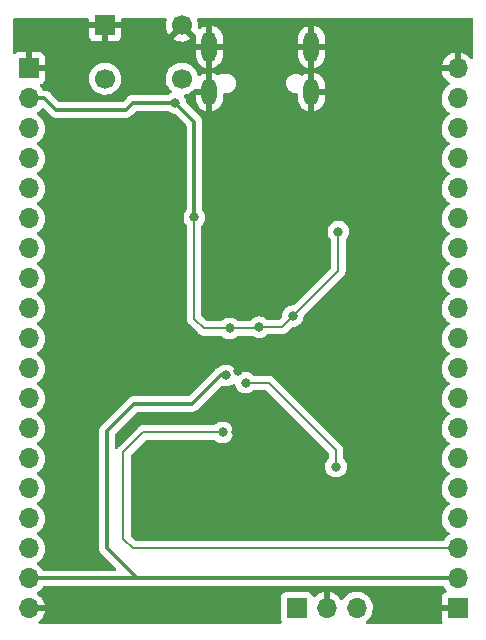
<source format=gbr>
%TF.GenerationSoftware,KiCad,Pcbnew,(6.0.7)*%
%TF.CreationDate,2023-07-30T21:01:36+08:00*%
%TF.ProjectId,RP2040 basic dev board,52503230-3430-4206-9261-736963206465,rev?*%
%TF.SameCoordinates,Original*%
%TF.FileFunction,Copper,L2,Bot*%
%TF.FilePolarity,Positive*%
%FSLAX46Y46*%
G04 Gerber Fmt 4.6, Leading zero omitted, Abs format (unit mm)*
G04 Created by KiCad (PCBNEW (6.0.7)) date 2023-07-30 21:01:36*
%MOMM*%
%LPD*%
G01*
G04 APERTURE LIST*
%TA.AperFunction,ComponentPad*%
%ADD10R,1.700000X1.700000*%
%TD*%
%TA.AperFunction,ComponentPad*%
%ADD11O,1.700000X1.700000*%
%TD*%
%TA.AperFunction,ComponentPad*%
%ADD12C,1.700000*%
%TD*%
%TA.AperFunction,ComponentPad*%
%ADD13O,1.300000X2.300000*%
%TD*%
%TA.AperFunction,ComponentPad*%
%ADD14O,1.300000X2.600000*%
%TD*%
%TA.AperFunction,ViaPad*%
%ADD15C,0.800000*%
%TD*%
%TA.AperFunction,Conductor*%
%ADD16C,0.300000*%
%TD*%
%TA.AperFunction,Conductor*%
%ADD17C,0.200000*%
%TD*%
G04 APERTURE END LIST*
D10*
%TO.P,J1,1,Pin_1*%
%TO.N,/SWCLK*%
X198175000Y-115375000D03*
D11*
%TO.P,J1,2,Pin_2*%
%TO.N,GND*%
X200715000Y-115375000D03*
%TO.P,J1,3,Pin_3*%
%TO.N,/SWDIO*%
X203255000Y-115375000D03*
%TD*%
D10*
%TO.P,J3,1,Pin_1*%
%TO.N,GND*%
X211800000Y-115400000D03*
D11*
%TO.P,J3,2,Pin_2*%
%TO.N,/3.3*%
X211800000Y-112860000D03*
%TO.P,J3,3,Pin_3*%
%TO.N,/GPIO_15*%
X211800000Y-110320000D03*
%TO.P,J3,4,Pin_4*%
%TO.N,/GPIO_16*%
X211800000Y-107780000D03*
%TO.P,J3,5,Pin_5*%
%TO.N,/GPIO_17*%
X211800000Y-105240000D03*
%TO.P,J3,6,Pin_6*%
%TO.N,/GPIO_18*%
X211800000Y-102700000D03*
%TO.P,J3,7,Pin_7*%
%TO.N,/GPIO_19*%
X211800000Y-100160000D03*
%TO.P,J3,8,Pin_8*%
%TO.N,/GPIO_20*%
X211800000Y-97620000D03*
%TO.P,J3,9,Pin_9*%
%TO.N,/GPIO_21*%
X211800000Y-95080000D03*
%TO.P,J3,10,Pin_10*%
%TO.N,/GPIO_22*%
X211800000Y-92540000D03*
%TO.P,J3,11,Pin_11*%
%TO.N,/GPIO_23*%
X211800000Y-90000000D03*
%TO.P,J3,12,Pin_12*%
%TO.N,/GPIO_24*%
X211800000Y-87460000D03*
%TO.P,J3,13,Pin_13*%
%TO.N,/GPIO_25*%
X211800000Y-84920000D03*
%TO.P,J3,14,Pin_14*%
%TO.N,/ADC_0*%
X211800000Y-82380000D03*
%TO.P,J3,15,Pin_15*%
%TO.N,/ADC_1*%
X211800000Y-79840000D03*
%TO.P,J3,16,Pin_16*%
%TO.N,/ADC_2*%
X211800000Y-77300000D03*
%TO.P,J3,17,Pin_17*%
%TO.N,/ADC_3*%
X211800000Y-74760000D03*
%TO.P,J3,18,Pin_18*%
%TO.N,/3.3*%
X211800000Y-72220000D03*
%TO.P,J3,19,Pin_19*%
%TO.N,GND*%
X211800000Y-69680000D03*
%TD*%
D12*
%TO.P,SW1,1,1*%
%TO.N,GND*%
X188450000Y-66050000D03*
D10*
X181950000Y-66050000D03*
D12*
%TO.P,SW1,2,2*%
%TO.N,Net-(R1-Pad1)*%
X181950000Y-70550000D03*
X188450000Y-70550000D03*
%TD*%
D10*
%TO.P,J2,1,Pin_1*%
%TO.N,GND*%
X175500000Y-69680000D03*
D11*
%TO.P,J2,2,Pin_2*%
%TO.N,/3.3*%
X175500000Y-72220000D03*
%TO.P,J2,3,Pin_3*%
%TO.N,/GPIO_0*%
X175500000Y-74760000D03*
%TO.P,J2,4,Pin_4*%
%TO.N,/GPIO_1*%
X175500000Y-77300000D03*
%TO.P,J2,5,Pin_5*%
%TO.N,/GPIO_2*%
X175500000Y-79840000D03*
%TO.P,J2,6,Pin_6*%
%TO.N,/GPIO_3*%
X175500000Y-82380000D03*
%TO.P,J2,7,Pin_7*%
%TO.N,/GPIO_4*%
X175500000Y-84920000D03*
%TO.P,J2,8,Pin_8*%
%TO.N,/GPIO_5*%
X175500000Y-87460000D03*
%TO.P,J2,9,Pin_9*%
%TO.N,/GPIO_6*%
X175500000Y-90000000D03*
%TO.P,J2,10,Pin_10*%
%TO.N,/GPIO_7*%
X175500000Y-92540000D03*
%TO.P,J2,11,Pin_11*%
%TO.N,/GPIO_8*%
X175500000Y-95080000D03*
%TO.P,J2,12,Pin_12*%
%TO.N,/GPIO_9*%
X175500000Y-97620000D03*
%TO.P,J2,13,Pin_13*%
%TO.N,/GPIO_10*%
X175500000Y-100160000D03*
%TO.P,J2,14,Pin_14*%
%TO.N,/GPIO_11*%
X175500000Y-102700000D03*
%TO.P,J2,15,Pin_15*%
%TO.N,/GPIO_12*%
X175500000Y-105240000D03*
%TO.P,J2,16,Pin_16*%
%TO.N,/GPIO_13*%
X175500000Y-107780000D03*
%TO.P,J2,17,Pin_17*%
%TO.N,/GPIO_14*%
X175500000Y-110320000D03*
%TO.P,J2,18,Pin_18*%
%TO.N,/3.3*%
X175500000Y-112860000D03*
%TO.P,J2,19,Pin_19*%
%TO.N,GND*%
X175500000Y-115400000D03*
%TD*%
D13*
%TO.P,J4,S1,SHIELD*%
%TO.N,GND*%
X190780000Y-71675000D03*
X199420000Y-71675000D03*
D14*
X190780000Y-67850000D03*
X199420000Y-67850000D03*
%TD*%
D15*
%TO.N,GND*%
X195600000Y-95300000D03*
X189800000Y-106400000D03*
X196800000Y-103200000D03*
X203000000Y-88850000D03*
X191600000Y-85700000D03*
X187100000Y-113900000D03*
X198800000Y-85600000D03*
X192800000Y-83000000D03*
X193000000Y-100500000D03*
X193900000Y-84700000D03*
X194400000Y-94100000D03*
X197900000Y-85200000D03*
X192700000Y-108700000D03*
X194300000Y-116300000D03*
X195300000Y-103200000D03*
X191400000Y-107700000D03*
X185800000Y-78200000D03*
X195600000Y-92900000D03*
X185100000Y-90800000D03*
X205700000Y-71900000D03*
X193200000Y-95300000D03*
X188500000Y-105400000D03*
X187200000Y-103800000D03*
X194100000Y-103800000D03*
X185200000Y-95400000D03*
X187100000Y-116300000D03*
X202875000Y-90025000D03*
X194400000Y-113900000D03*
X203100000Y-95100000D03*
X193200000Y-92900000D03*
%TO.N,/3.3*%
X192500000Y-91700000D03*
X201700000Y-83500000D03*
X189505000Y-82295000D03*
X201500000Y-103400000D03*
X187900000Y-72600000D03*
X197837500Y-90662500D03*
X193850000Y-96300000D03*
X195000000Y-91600000D03*
X192200498Y-95675000D03*
%TO.N,/GPIO_15*%
X191900000Y-100500000D03*
%TD*%
D16*
%TO.N,/3.3*%
X201800000Y-83500000D02*
X201700000Y-83500000D01*
D17*
X192100000Y-95574502D02*
X192200498Y-95675000D01*
X197837500Y-90662500D02*
X201700000Y-86800000D01*
X193850000Y-96300000D02*
X195800000Y-96300000D01*
D16*
X177800000Y-73200000D02*
X183700000Y-73200000D01*
X176820000Y-72220000D02*
X177800000Y-73200000D01*
X184660000Y-112860000D02*
X211800000Y-112860000D01*
X184400000Y-98100000D02*
X182100000Y-100400000D01*
D17*
X194900000Y-91700000D02*
X195000000Y-91600000D01*
X189505000Y-90905000D02*
X190300000Y-91700000D01*
X192500000Y-91700000D02*
X194900000Y-91700000D01*
D16*
X182100000Y-100400000D02*
X182100000Y-110300000D01*
D17*
X189505000Y-82295000D02*
X189505000Y-90905000D01*
X195800000Y-96300000D02*
X201500000Y-102000000D01*
D16*
X183700000Y-73200000D02*
X184300000Y-72600000D01*
X187900000Y-72600000D02*
X189505000Y-74205000D01*
X184300000Y-72600000D02*
X187900000Y-72600000D01*
X191725000Y-95675000D02*
X189300000Y-98100000D01*
X192200498Y-95675000D02*
X191725000Y-95675000D01*
D17*
X201700000Y-86800000D02*
X201700000Y-83500000D01*
X190300000Y-91700000D02*
X192500000Y-91700000D01*
D16*
X175500000Y-112860000D02*
X184660000Y-112860000D01*
X189505000Y-74205000D02*
X189505000Y-82295000D01*
D17*
X195000000Y-91600000D02*
X196900000Y-91600000D01*
D16*
X182100000Y-110300000D02*
X184660000Y-112860000D01*
X175500000Y-72220000D02*
X176820000Y-72220000D01*
X189300000Y-98100000D02*
X184400000Y-98100000D01*
D17*
X192100000Y-95500000D02*
X192100000Y-95574502D01*
X196900000Y-91600000D02*
X197837500Y-90662500D01*
X201500000Y-102000000D02*
X201500000Y-103400000D01*
%TO.N,/GPIO_15*%
X184320000Y-110320000D02*
X183500000Y-109500000D01*
X183500000Y-102200000D02*
X185200000Y-100500000D01*
X185200000Y-100500000D02*
X191900000Y-100500000D01*
X211800000Y-110320000D02*
X184320000Y-110320000D01*
X183500000Y-109500000D02*
X183500000Y-102200000D01*
%TD*%
%TA.AperFunction,Conductor*%
%TO.N,GND*%
G36*
X184617969Y-113520051D02*
G01*
X184639152Y-113523406D01*
X184685141Y-113519059D01*
X184696996Y-113518500D01*
X210539594Y-113518500D01*
X210607715Y-113538502D01*
X210647027Y-113578665D01*
X210699987Y-113665088D01*
X210846250Y-113833938D01*
X210850225Y-113837238D01*
X210850231Y-113837244D01*
X210855425Y-113841556D01*
X210895059Y-113900460D01*
X210896555Y-113971441D01*
X210859439Y-114031962D01*
X210819168Y-114056480D01*
X210711946Y-114096676D01*
X210696351Y-114105214D01*
X210594276Y-114181715D01*
X210581715Y-114194276D01*
X210505214Y-114296351D01*
X210496676Y-114311946D01*
X210451522Y-114432394D01*
X210447895Y-114447649D01*
X210442369Y-114498514D01*
X210442000Y-114505328D01*
X210442000Y-115127885D01*
X210446475Y-115143124D01*
X210447865Y-115144329D01*
X210455548Y-115146000D01*
X211928000Y-115146000D01*
X211996121Y-115166002D01*
X212042614Y-115219658D01*
X212054000Y-115272000D01*
X212054000Y-115528000D01*
X212033998Y-115596121D01*
X211980342Y-115642614D01*
X211928000Y-115654000D01*
X210460116Y-115654000D01*
X210444877Y-115658475D01*
X210443672Y-115659865D01*
X210442001Y-115667548D01*
X210442001Y-116294669D01*
X210442371Y-116301490D01*
X210447895Y-116352352D01*
X210451521Y-116367604D01*
X210496679Y-116488061D01*
X210505948Y-116504992D01*
X210521117Y-116574349D01*
X210496380Y-116640897D01*
X210439592Y-116683507D01*
X210395428Y-116691500D01*
X204142489Y-116691500D01*
X204074368Y-116671498D01*
X204027875Y-116617842D01*
X204017771Y-116547568D01*
X204047265Y-116482988D01*
X204069321Y-116462921D01*
X204096139Y-116443792D01*
X204134860Y-116416173D01*
X204293096Y-116258489D01*
X204423453Y-116077077D01*
X204436995Y-116049678D01*
X204520136Y-115881453D01*
X204520137Y-115881451D01*
X204522430Y-115876811D01*
X204587370Y-115663069D01*
X204616529Y-115441590D01*
X204618156Y-115375000D01*
X204599852Y-115152361D01*
X204545431Y-114935702D01*
X204456354Y-114730840D01*
X204382789Y-114617126D01*
X204337822Y-114547617D01*
X204337820Y-114547614D01*
X204335014Y-114543277D01*
X204184670Y-114378051D01*
X204180619Y-114374852D01*
X204180615Y-114374848D01*
X204013414Y-114242800D01*
X204013410Y-114242798D01*
X204009359Y-114239598D01*
X203973028Y-114219542D01*
X203922568Y-114191687D01*
X203813789Y-114131638D01*
X203808920Y-114129914D01*
X203808916Y-114129912D01*
X203608087Y-114058795D01*
X203608083Y-114058794D01*
X203603212Y-114057069D01*
X203598119Y-114056162D01*
X203598116Y-114056161D01*
X203388373Y-114018800D01*
X203388367Y-114018799D01*
X203383284Y-114017894D01*
X203309452Y-114016992D01*
X203165081Y-114015228D01*
X203165079Y-114015228D01*
X203159911Y-114015165D01*
X202939091Y-114048955D01*
X202726756Y-114118357D01*
X202689858Y-114137565D01*
X202543860Y-114213567D01*
X202528607Y-114221507D01*
X202524474Y-114224610D01*
X202524471Y-114224612D01*
X202408153Y-114311946D01*
X202349965Y-114355635D01*
X202346393Y-114359373D01*
X202213427Y-114498514D01*
X202195629Y-114517138D01*
X202192715Y-114521410D01*
X202192714Y-114521411D01*
X202087898Y-114675066D01*
X202032987Y-114720069D01*
X201962462Y-114728240D01*
X201898715Y-114696986D01*
X201878018Y-114672502D01*
X201797426Y-114547926D01*
X201791136Y-114539757D01*
X201647806Y-114382240D01*
X201640273Y-114375215D01*
X201473139Y-114243222D01*
X201464552Y-114237517D01*
X201278117Y-114134599D01*
X201268705Y-114130369D01*
X201067959Y-114059280D01*
X201057988Y-114056646D01*
X200986837Y-114043972D01*
X200973540Y-114045432D01*
X200969000Y-114059989D01*
X200969000Y-115503000D01*
X200948998Y-115571121D01*
X200895342Y-115617614D01*
X200843000Y-115629000D01*
X200587000Y-115629000D01*
X200518879Y-115608998D01*
X200472386Y-115555342D01*
X200461000Y-115503000D01*
X200461000Y-114058102D01*
X200457082Y-114044758D01*
X200442806Y-114042771D01*
X200404324Y-114048660D01*
X200394288Y-114051051D01*
X200191868Y-114117212D01*
X200182359Y-114121209D01*
X199993463Y-114219542D01*
X199984738Y-114225036D01*
X199814433Y-114352905D01*
X199806726Y-114359748D01*
X199729478Y-114440584D01*
X199667954Y-114476014D01*
X199597042Y-114472557D01*
X199539255Y-114431311D01*
X199520402Y-114397763D01*
X199478767Y-114286703D01*
X199475615Y-114278295D01*
X199388261Y-114161739D01*
X199271705Y-114074385D01*
X199135316Y-114023255D01*
X199073134Y-114016500D01*
X197276866Y-114016500D01*
X197214684Y-114023255D01*
X197078295Y-114074385D01*
X196961739Y-114161739D01*
X196874385Y-114278295D01*
X196823255Y-114414684D01*
X196816500Y-114476866D01*
X196816500Y-116273134D01*
X196823255Y-116335316D01*
X196874385Y-116471705D01*
X196879770Y-116478890D01*
X196879771Y-116478892D01*
X196888047Y-116489934D01*
X196912896Y-116556440D01*
X196897844Y-116625822D01*
X196847670Y-116676053D01*
X196787222Y-116691500D01*
X176421677Y-116691500D01*
X176353556Y-116671498D01*
X176307063Y-116617842D01*
X176296959Y-116547568D01*
X176326453Y-116482988D01*
X176348509Y-116462921D01*
X176375328Y-116443792D01*
X176383200Y-116437139D01*
X176534052Y-116286812D01*
X176540730Y-116278965D01*
X176665003Y-116106020D01*
X176670313Y-116097183D01*
X176764670Y-115906267D01*
X176768469Y-115896672D01*
X176830377Y-115692910D01*
X176832555Y-115682837D01*
X176833986Y-115671962D01*
X176831775Y-115657778D01*
X176818617Y-115654000D01*
X175372000Y-115654000D01*
X175303879Y-115633998D01*
X175257386Y-115580342D01*
X175246000Y-115528000D01*
X175246000Y-115272000D01*
X175266002Y-115203879D01*
X175319658Y-115157386D01*
X175372000Y-115146000D01*
X176818344Y-115146000D01*
X176831875Y-115142027D01*
X176833180Y-115132947D01*
X176791214Y-114965875D01*
X176787894Y-114956124D01*
X176702972Y-114760814D01*
X176698105Y-114751739D01*
X176582426Y-114572926D01*
X176576136Y-114564757D01*
X176432806Y-114407240D01*
X176425273Y-114400215D01*
X176258139Y-114268222D01*
X176249556Y-114262520D01*
X176212602Y-114242120D01*
X176162631Y-114191687D01*
X176147859Y-114122245D01*
X176172975Y-114055839D01*
X176200327Y-114029232D01*
X176223797Y-114012491D01*
X176379860Y-113901173D01*
X176404323Y-113876796D01*
X176461209Y-113820107D01*
X176538096Y-113743489D01*
X176585885Y-113676984D01*
X176662060Y-113570974D01*
X176718055Y-113527326D01*
X176764383Y-113518500D01*
X184598259Y-113518500D01*
X184617969Y-113520051D01*
G37*
%TD.AperFunction*%
%TA.AperFunction,Conductor*%
G36*
X180534121Y-65453502D02*
G01*
X180580614Y-65507158D01*
X180592000Y-65559500D01*
X180592000Y-65777885D01*
X180596475Y-65793124D01*
X180597865Y-65794329D01*
X180605548Y-65796000D01*
X183289884Y-65796000D01*
X183305123Y-65791525D01*
X183306328Y-65790135D01*
X183307999Y-65782452D01*
X183307999Y-65559500D01*
X183328001Y-65491379D01*
X183381657Y-65444886D01*
X183433999Y-65433500D01*
X187045944Y-65433500D01*
X187114065Y-65453502D01*
X187160558Y-65507158D01*
X187170662Y-65577432D01*
X187167361Y-65593172D01*
X187112864Y-65789681D01*
X187110933Y-65799800D01*
X187088302Y-66011574D01*
X187088050Y-66021863D01*
X187100309Y-66234477D01*
X187101745Y-66244697D01*
X187148565Y-66452446D01*
X187151645Y-66462275D01*
X187231770Y-66659603D01*
X187236413Y-66668794D01*
X187316460Y-66799420D01*
X187326916Y-66808880D01*
X187335694Y-66805096D01*
X188360905Y-65779885D01*
X188423217Y-65745859D01*
X188494032Y-65750924D01*
X188539095Y-65779885D01*
X189560475Y-66801265D01*
X189581927Y-66812979D01*
X189632129Y-66863181D01*
X189647220Y-66932556D01*
X189644787Y-66949766D01*
X189641773Y-66963944D01*
X189622437Y-67127322D01*
X189622000Y-67134728D01*
X189622000Y-67577885D01*
X189626475Y-67593124D01*
X189627865Y-67594329D01*
X189635548Y-67596000D01*
X190507885Y-67596000D01*
X190523124Y-67591525D01*
X190524329Y-67590135D01*
X190526000Y-67582452D01*
X190526000Y-67577885D01*
X191034000Y-67577885D01*
X191038475Y-67593124D01*
X191039865Y-67594329D01*
X191047548Y-67596000D01*
X191919885Y-67596000D01*
X191935124Y-67591525D01*
X191936329Y-67590135D01*
X191938000Y-67582452D01*
X191938000Y-67577885D01*
X198262000Y-67577885D01*
X198266475Y-67593124D01*
X198267865Y-67594329D01*
X198275548Y-67596000D01*
X199147885Y-67596000D01*
X199163124Y-67591525D01*
X199164329Y-67590135D01*
X199166000Y-67582452D01*
X199166000Y-67577885D01*
X199674000Y-67577885D01*
X199678475Y-67593124D01*
X199679865Y-67594329D01*
X199687548Y-67596000D01*
X200559885Y-67596000D01*
X200575124Y-67591525D01*
X200576329Y-67590135D01*
X200578000Y-67582452D01*
X200578000Y-67148908D01*
X200577734Y-67143119D01*
X200564016Y-66993824D01*
X200561918Y-66982503D01*
X200507287Y-66788797D01*
X200503163Y-66778050D01*
X200414141Y-66597534D01*
X200408131Y-66587727D01*
X200287701Y-66426451D01*
X200280011Y-66417911D01*
X200132206Y-66281280D01*
X200123081Y-66274279D01*
X199952856Y-66166875D01*
X199942609Y-66161654D01*
X199755668Y-66087072D01*
X199744631Y-66083803D01*
X199691770Y-66073288D01*
X199678894Y-66074440D01*
X199674000Y-66089596D01*
X199674000Y-67577885D01*
X199166000Y-67577885D01*
X199166000Y-66086706D01*
X199162194Y-66073744D01*
X199147278Y-66071808D01*
X199124700Y-66075687D01*
X199113583Y-66078666D01*
X198924748Y-66148331D01*
X198914370Y-66153281D01*
X198741394Y-66256191D01*
X198732085Y-66262955D01*
X198580757Y-66395665D01*
X198572847Y-66404000D01*
X198448236Y-66562069D01*
X198441968Y-66571720D01*
X198348257Y-66749836D01*
X198343848Y-66760479D01*
X198284167Y-66952684D01*
X198281773Y-66963946D01*
X198262437Y-67127322D01*
X198262000Y-67134728D01*
X198262000Y-67577885D01*
X191938000Y-67577885D01*
X191938000Y-67148908D01*
X191937734Y-67143119D01*
X191924016Y-66993824D01*
X191921918Y-66982503D01*
X191867287Y-66788797D01*
X191863163Y-66778050D01*
X191774141Y-66597534D01*
X191768131Y-66587727D01*
X191647701Y-66426451D01*
X191640011Y-66417911D01*
X191492206Y-66281280D01*
X191483081Y-66274279D01*
X191312856Y-66166875D01*
X191302609Y-66161654D01*
X191115668Y-66087072D01*
X191104631Y-66083803D01*
X191051770Y-66073288D01*
X191038894Y-66074440D01*
X191034000Y-66089596D01*
X191034000Y-67577885D01*
X190526000Y-67577885D01*
X190526000Y-66086706D01*
X190522194Y-66073744D01*
X190507278Y-66071808D01*
X190484700Y-66075687D01*
X190473583Y-66078666D01*
X190284748Y-66148331D01*
X190274370Y-66153281D01*
X190101394Y-66256191D01*
X190092091Y-66262950D01*
X190004251Y-66339984D01*
X189939847Y-66369861D01*
X189869514Y-66360175D01*
X189815582Y-66314002D01*
X189795175Y-66246002D01*
X189796251Y-66228807D01*
X189810589Y-66119890D01*
X189811109Y-66113212D01*
X189812572Y-66053364D01*
X189812378Y-66046646D01*
X189794781Y-65832604D01*
X189793096Y-65822424D01*
X189741214Y-65615875D01*
X189736227Y-65601226D01*
X189738305Y-65600519D01*
X189730655Y-65539256D01*
X189761342Y-65475234D01*
X189821770Y-65437966D01*
X189855018Y-65433500D01*
X212990500Y-65433500D01*
X213058621Y-65453502D01*
X213105114Y-65507158D01*
X213116500Y-65559500D01*
X213116500Y-68788013D01*
X213096498Y-68856134D01*
X213042842Y-68902627D01*
X212972568Y-68912731D01*
X212907988Y-68883237D01*
X212884706Y-68856450D01*
X212882425Y-68852924D01*
X212876136Y-68844757D01*
X212732806Y-68687240D01*
X212725273Y-68680215D01*
X212558139Y-68548222D01*
X212549552Y-68542517D01*
X212363117Y-68439599D01*
X212353705Y-68435369D01*
X212152959Y-68364280D01*
X212142988Y-68361646D01*
X212071837Y-68348972D01*
X212058540Y-68350432D01*
X212054000Y-68364989D01*
X212054000Y-69808000D01*
X212033998Y-69876121D01*
X211980342Y-69922614D01*
X211928000Y-69934000D01*
X210483225Y-69934000D01*
X210469694Y-69937973D01*
X210468257Y-69947966D01*
X210498565Y-70082446D01*
X210501645Y-70092275D01*
X210581770Y-70289603D01*
X210586413Y-70298794D01*
X210697694Y-70480388D01*
X210703777Y-70488699D01*
X210843213Y-70649667D01*
X210850580Y-70656883D01*
X211014434Y-70792916D01*
X211022881Y-70798831D01*
X211091969Y-70839203D01*
X211140693Y-70890842D01*
X211153764Y-70960625D01*
X211127033Y-71026396D01*
X211086584Y-71059752D01*
X211073607Y-71066507D01*
X211069474Y-71069610D01*
X211069471Y-71069612D01*
X210937072Y-71169020D01*
X210894965Y-71200635D01*
X210891393Y-71204373D01*
X210787950Y-71312620D01*
X210740629Y-71362138D01*
X210737715Y-71366410D01*
X210737714Y-71366411D01*
X210709718Y-71407452D01*
X210614743Y-71546680D01*
X210598040Y-71582664D01*
X210524225Y-71741686D01*
X210520688Y-71749305D01*
X210460989Y-71964570D01*
X210437251Y-72186695D01*
X210437548Y-72191848D01*
X210437548Y-72191851D01*
X210440340Y-72240272D01*
X210450110Y-72409715D01*
X210451247Y-72414761D01*
X210451248Y-72414767D01*
X210471492Y-72504595D01*
X210499222Y-72627639D01*
X210583266Y-72834616D01*
X210585965Y-72839020D01*
X210697291Y-73020688D01*
X210699987Y-73025088D01*
X210846250Y-73193938D01*
X211018126Y-73336632D01*
X211088595Y-73377811D01*
X211091445Y-73379476D01*
X211140169Y-73431114D01*
X211153240Y-73500897D01*
X211126509Y-73566669D01*
X211086055Y-73600027D01*
X211073607Y-73606507D01*
X211069474Y-73609610D01*
X211069471Y-73609612D01*
X210899100Y-73737530D01*
X210894965Y-73740635D01*
X210854452Y-73783029D01*
X210762905Y-73878828D01*
X210740629Y-73902138D01*
X210737715Y-73906410D01*
X210737714Y-73906411D01*
X210708658Y-73949006D01*
X210614743Y-74086680D01*
X210599003Y-74120590D01*
X210527236Y-74275199D01*
X210520688Y-74289305D01*
X210460989Y-74504570D01*
X210437251Y-74726695D01*
X210437548Y-74731848D01*
X210437548Y-74731851D01*
X210443011Y-74826590D01*
X210450110Y-74949715D01*
X210451247Y-74954761D01*
X210451248Y-74954767D01*
X210471119Y-75042939D01*
X210499222Y-75167639D01*
X210583266Y-75374616D01*
X210585965Y-75379020D01*
X210697291Y-75560688D01*
X210699987Y-75565088D01*
X210846250Y-75733938D01*
X211018126Y-75876632D01*
X211088595Y-75917811D01*
X211091445Y-75919476D01*
X211140169Y-75971114D01*
X211153240Y-76040897D01*
X211126509Y-76106669D01*
X211086055Y-76140027D01*
X211073607Y-76146507D01*
X211069474Y-76149610D01*
X211069471Y-76149612D01*
X211045247Y-76167800D01*
X210894965Y-76280635D01*
X210740629Y-76442138D01*
X210737715Y-76446410D01*
X210737714Y-76446411D01*
X210699578Y-76502317D01*
X210614743Y-76626680D01*
X210520688Y-76829305D01*
X210460989Y-77044570D01*
X210437251Y-77266695D01*
X210437548Y-77271848D01*
X210437548Y-77271851D01*
X210443011Y-77366590D01*
X210450110Y-77489715D01*
X210451247Y-77494761D01*
X210451248Y-77494767D01*
X210471119Y-77582939D01*
X210499222Y-77707639D01*
X210583266Y-77914616D01*
X210585965Y-77919020D01*
X210697291Y-78100688D01*
X210699987Y-78105088D01*
X210846250Y-78273938D01*
X211018126Y-78416632D01*
X211088595Y-78457811D01*
X211091445Y-78459476D01*
X211140169Y-78511114D01*
X211153240Y-78580897D01*
X211126509Y-78646669D01*
X211086055Y-78680027D01*
X211073607Y-78686507D01*
X211069474Y-78689610D01*
X211069471Y-78689612D01*
X211045247Y-78707800D01*
X210894965Y-78820635D01*
X210740629Y-78982138D01*
X210737715Y-78986410D01*
X210737714Y-78986411D01*
X210699578Y-79042317D01*
X210614743Y-79166680D01*
X210520688Y-79369305D01*
X210460989Y-79584570D01*
X210437251Y-79806695D01*
X210437548Y-79811848D01*
X210437548Y-79811851D01*
X210443011Y-79906590D01*
X210450110Y-80029715D01*
X210451247Y-80034761D01*
X210451248Y-80034767D01*
X210471119Y-80122939D01*
X210499222Y-80247639D01*
X210583266Y-80454616D01*
X210585965Y-80459020D01*
X210697291Y-80640688D01*
X210699987Y-80645088D01*
X210846250Y-80813938D01*
X211018126Y-80956632D01*
X211088595Y-80997811D01*
X211091445Y-80999476D01*
X211140169Y-81051114D01*
X211153240Y-81120897D01*
X211126509Y-81186669D01*
X211086055Y-81220027D01*
X211073607Y-81226507D01*
X211069474Y-81229610D01*
X211069471Y-81229612D01*
X211045247Y-81247800D01*
X210894965Y-81360635D01*
X210740629Y-81522138D01*
X210737715Y-81526410D01*
X210737714Y-81526411D01*
X210699578Y-81582317D01*
X210614743Y-81706680D01*
X210520688Y-81909305D01*
X210460989Y-82124570D01*
X210437251Y-82346695D01*
X210437548Y-82351848D01*
X210437548Y-82351851D01*
X210443011Y-82446590D01*
X210450110Y-82569715D01*
X210451247Y-82574761D01*
X210451248Y-82574767D01*
X210463968Y-82631206D01*
X210499222Y-82787639D01*
X210583266Y-82994616D01*
X210602063Y-83025290D01*
X210697291Y-83180688D01*
X210699987Y-83185088D01*
X210846250Y-83353938D01*
X211018126Y-83496632D01*
X211088595Y-83537811D01*
X211091445Y-83539476D01*
X211140169Y-83591114D01*
X211153240Y-83660897D01*
X211126509Y-83726669D01*
X211086055Y-83760027D01*
X211073607Y-83766507D01*
X211069474Y-83769610D01*
X211069471Y-83769612D01*
X210926072Y-83877279D01*
X210894965Y-83900635D01*
X210740629Y-84062138D01*
X210737715Y-84066410D01*
X210737714Y-84066411D01*
X210699578Y-84122317D01*
X210614743Y-84246680D01*
X210520688Y-84449305D01*
X210460989Y-84664570D01*
X210437251Y-84886695D01*
X210437548Y-84891848D01*
X210437548Y-84891851D01*
X210443011Y-84986590D01*
X210450110Y-85109715D01*
X210451247Y-85114761D01*
X210451248Y-85114767D01*
X210471119Y-85202939D01*
X210499222Y-85327639D01*
X210583266Y-85534616D01*
X210585965Y-85539020D01*
X210697291Y-85720688D01*
X210699987Y-85725088D01*
X210846250Y-85893938D01*
X211018126Y-86036632D01*
X211088595Y-86077811D01*
X211091445Y-86079476D01*
X211140169Y-86131114D01*
X211153240Y-86200897D01*
X211126509Y-86266669D01*
X211086055Y-86300027D01*
X211073607Y-86306507D01*
X211069474Y-86309610D01*
X211069471Y-86309612D01*
X211045247Y-86327800D01*
X210894965Y-86440635D01*
X210740629Y-86602138D01*
X210737715Y-86606410D01*
X210737714Y-86606411D01*
X210699578Y-86662317D01*
X210614743Y-86786680D01*
X210590046Y-86839885D01*
X210543827Y-86939457D01*
X210520688Y-86989305D01*
X210460989Y-87204570D01*
X210437251Y-87426695D01*
X210437548Y-87431848D01*
X210437548Y-87431851D01*
X210443011Y-87526590D01*
X210450110Y-87649715D01*
X210451247Y-87654761D01*
X210451248Y-87654767D01*
X210471119Y-87742939D01*
X210499222Y-87867639D01*
X210583266Y-88074616D01*
X210585965Y-88079020D01*
X210697291Y-88260688D01*
X210699987Y-88265088D01*
X210846250Y-88433938D01*
X211018126Y-88576632D01*
X211088595Y-88617811D01*
X211091445Y-88619476D01*
X211140169Y-88671114D01*
X211153240Y-88740897D01*
X211126509Y-88806669D01*
X211086055Y-88840027D01*
X211073607Y-88846507D01*
X211069474Y-88849610D01*
X211069471Y-88849612D01*
X211045247Y-88867800D01*
X210894965Y-88980635D01*
X210740629Y-89142138D01*
X210737715Y-89146410D01*
X210737714Y-89146411D01*
X210699578Y-89202317D01*
X210614743Y-89326680D01*
X210520688Y-89529305D01*
X210460989Y-89744570D01*
X210437251Y-89966695D01*
X210437548Y-89971848D01*
X210437548Y-89971851D01*
X210443011Y-90066590D01*
X210450110Y-90189715D01*
X210451247Y-90194761D01*
X210451248Y-90194767D01*
X210472275Y-90288069D01*
X210499222Y-90407639D01*
X210583266Y-90614616D01*
X210585965Y-90619020D01*
X210697291Y-90800688D01*
X210699987Y-90805088D01*
X210846250Y-90973938D01*
X211018126Y-91116632D01*
X211088595Y-91157811D01*
X211091445Y-91159476D01*
X211140169Y-91211114D01*
X211153240Y-91280897D01*
X211126509Y-91346669D01*
X211086055Y-91380027D01*
X211073607Y-91386507D01*
X211069474Y-91389610D01*
X211069471Y-91389612D01*
X211045247Y-91407800D01*
X210894965Y-91520635D01*
X210740629Y-91682138D01*
X210737715Y-91686410D01*
X210737714Y-91686411D01*
X210699578Y-91742317D01*
X210614743Y-91866680D01*
X210599003Y-91900590D01*
X210525716Y-92058474D01*
X210520688Y-92069305D01*
X210460989Y-92284570D01*
X210437251Y-92506695D01*
X210437548Y-92511848D01*
X210437548Y-92511851D01*
X210443011Y-92606590D01*
X210450110Y-92729715D01*
X210451247Y-92734761D01*
X210451248Y-92734767D01*
X210471119Y-92822939D01*
X210499222Y-92947639D01*
X210583266Y-93154616D01*
X210585965Y-93159020D01*
X210697291Y-93340688D01*
X210699987Y-93345088D01*
X210846250Y-93513938D01*
X211018126Y-93656632D01*
X211088595Y-93697811D01*
X211091445Y-93699476D01*
X211140169Y-93751114D01*
X211153240Y-93820897D01*
X211126509Y-93886669D01*
X211086055Y-93920027D01*
X211073607Y-93926507D01*
X211069474Y-93929610D01*
X211069471Y-93929612D01*
X211045247Y-93947800D01*
X210894965Y-94060635D01*
X210740629Y-94222138D01*
X210737715Y-94226410D01*
X210737714Y-94226411D01*
X210699578Y-94282317D01*
X210614743Y-94406680D01*
X210520688Y-94609305D01*
X210460989Y-94824570D01*
X210437251Y-95046695D01*
X210437548Y-95051848D01*
X210437548Y-95051851D01*
X210448139Y-95235532D01*
X210450110Y-95269715D01*
X210451247Y-95274761D01*
X210451248Y-95274767D01*
X210471119Y-95362939D01*
X210499222Y-95487639D01*
X210537083Y-95580880D01*
X210580307Y-95687328D01*
X210583266Y-95694616D01*
X210585965Y-95699020D01*
X210697291Y-95880688D01*
X210699987Y-95885088D01*
X210846250Y-96053938D01*
X211018126Y-96196632D01*
X211088595Y-96237811D01*
X211091445Y-96239476D01*
X211140169Y-96291114D01*
X211153240Y-96360897D01*
X211126509Y-96426669D01*
X211086055Y-96460027D01*
X211081810Y-96462237D01*
X211073607Y-96466507D01*
X211069474Y-96469610D01*
X211069471Y-96469612D01*
X210899100Y-96597530D01*
X210894965Y-96600635D01*
X210740629Y-96762138D01*
X210737715Y-96766410D01*
X210737714Y-96766411D01*
X210699578Y-96822317D01*
X210614743Y-96946680D01*
X210520688Y-97149305D01*
X210460989Y-97364570D01*
X210437251Y-97586695D01*
X210437548Y-97591848D01*
X210437548Y-97591851D01*
X210443011Y-97686590D01*
X210450110Y-97809715D01*
X210451247Y-97814761D01*
X210451248Y-97814767D01*
X210471119Y-97902939D01*
X210499222Y-98027639D01*
X210583266Y-98234616D01*
X210585965Y-98239020D01*
X210697291Y-98420688D01*
X210699987Y-98425088D01*
X210846250Y-98593938D01*
X211018126Y-98736632D01*
X211059038Y-98760539D01*
X211091445Y-98779476D01*
X211140169Y-98831114D01*
X211153240Y-98900897D01*
X211126509Y-98966669D01*
X211086055Y-99000027D01*
X211073607Y-99006507D01*
X211069474Y-99009610D01*
X211069471Y-99009612D01*
X211045247Y-99027800D01*
X210894965Y-99140635D01*
X210740629Y-99302138D01*
X210737715Y-99306410D01*
X210737714Y-99306411D01*
X210699578Y-99362317D01*
X210614743Y-99486680D01*
X210599003Y-99520590D01*
X210547657Y-99631206D01*
X210520688Y-99689305D01*
X210460989Y-99904570D01*
X210437251Y-100126695D01*
X210437548Y-100131848D01*
X210437548Y-100131851D01*
X210445633Y-100272071D01*
X210450110Y-100349715D01*
X210451247Y-100354761D01*
X210451248Y-100354767D01*
X210469780Y-100436996D01*
X210499222Y-100567639D01*
X210583266Y-100774616D01*
X210585965Y-100779020D01*
X210697291Y-100960688D01*
X210699987Y-100965088D01*
X210846250Y-101133938D01*
X211018126Y-101276632D01*
X211042916Y-101291118D01*
X211091445Y-101319476D01*
X211140169Y-101371114D01*
X211153240Y-101440897D01*
X211126509Y-101506669D01*
X211086055Y-101540027D01*
X211073607Y-101546507D01*
X211069474Y-101549610D01*
X211069471Y-101549612D01*
X210992818Y-101607165D01*
X210894965Y-101680635D01*
X210891393Y-101684373D01*
X210748864Y-101833521D01*
X210740629Y-101842138D01*
X210737715Y-101846410D01*
X210737714Y-101846411D01*
X210705849Y-101893124D01*
X210614743Y-102026680D01*
X210520688Y-102229305D01*
X210460989Y-102444570D01*
X210437251Y-102666695D01*
X210437548Y-102671848D01*
X210437548Y-102671851D01*
X210443011Y-102766590D01*
X210450110Y-102889715D01*
X210451247Y-102894761D01*
X210451248Y-102894767D01*
X210471119Y-102982939D01*
X210499222Y-103107639D01*
X210583266Y-103314616D01*
X210585965Y-103319020D01*
X210697291Y-103500688D01*
X210699987Y-103505088D01*
X210846250Y-103673938D01*
X211018126Y-103816632D01*
X211088595Y-103857811D01*
X211091445Y-103859476D01*
X211140169Y-103911114D01*
X211153240Y-103980897D01*
X211126509Y-104046669D01*
X211086055Y-104080027D01*
X211073607Y-104086507D01*
X211069474Y-104089610D01*
X211069471Y-104089612D01*
X210899100Y-104217530D01*
X210894965Y-104220635D01*
X210740629Y-104382138D01*
X210737715Y-104386410D01*
X210737714Y-104386411D01*
X210699578Y-104442317D01*
X210614743Y-104566680D01*
X210520688Y-104769305D01*
X210460989Y-104984570D01*
X210437251Y-105206695D01*
X210437548Y-105211848D01*
X210437548Y-105211851D01*
X210443011Y-105306590D01*
X210450110Y-105429715D01*
X210451247Y-105434761D01*
X210451248Y-105434767D01*
X210471119Y-105522939D01*
X210499222Y-105647639D01*
X210583266Y-105854616D01*
X210585965Y-105859020D01*
X210697291Y-106040688D01*
X210699987Y-106045088D01*
X210846250Y-106213938D01*
X211018126Y-106356632D01*
X211088595Y-106397811D01*
X211091445Y-106399476D01*
X211140169Y-106451114D01*
X211153240Y-106520897D01*
X211126509Y-106586669D01*
X211086055Y-106620027D01*
X211073607Y-106626507D01*
X211069474Y-106629610D01*
X211069471Y-106629612D01*
X211045247Y-106647800D01*
X210894965Y-106760635D01*
X210740629Y-106922138D01*
X210737715Y-106926410D01*
X210737714Y-106926411D01*
X210699578Y-106982317D01*
X210614743Y-107106680D01*
X210520688Y-107309305D01*
X210460989Y-107524570D01*
X210437251Y-107746695D01*
X210437548Y-107751848D01*
X210437548Y-107751851D01*
X210443011Y-107846590D01*
X210450110Y-107969715D01*
X210451247Y-107974761D01*
X210451248Y-107974767D01*
X210471119Y-108062939D01*
X210499222Y-108187639D01*
X210583266Y-108394616D01*
X210585965Y-108399020D01*
X210697291Y-108580688D01*
X210699987Y-108585088D01*
X210846250Y-108753938D01*
X211018126Y-108896632D01*
X211088595Y-108937811D01*
X211091445Y-108939476D01*
X211140169Y-108991114D01*
X211153240Y-109060897D01*
X211126509Y-109126669D01*
X211086055Y-109160027D01*
X211073607Y-109166507D01*
X211069474Y-109169610D01*
X211069471Y-109169612D01*
X210899100Y-109297530D01*
X210894965Y-109300635D01*
X210740629Y-109462138D01*
X210737715Y-109466410D01*
X210737714Y-109466411D01*
X210699578Y-109522317D01*
X210614743Y-109646680D01*
X210613945Y-109648400D01*
X210563589Y-109697088D01*
X210505074Y-109711500D01*
X184624239Y-109711500D01*
X184556118Y-109691498D01*
X184535144Y-109674595D01*
X184145405Y-109284856D01*
X184111379Y-109222544D01*
X184108500Y-109195761D01*
X184108500Y-102504239D01*
X184128502Y-102436118D01*
X184145405Y-102415144D01*
X185415144Y-101145405D01*
X185477456Y-101111379D01*
X185504239Y-101108500D01*
X191169290Y-101108500D01*
X191237411Y-101128502D01*
X191262926Y-101150189D01*
X191288747Y-101178866D01*
X191443248Y-101291118D01*
X191449276Y-101293802D01*
X191449278Y-101293803D01*
X191506941Y-101319476D01*
X191617712Y-101368794D01*
X191711113Y-101388647D01*
X191798056Y-101407128D01*
X191798061Y-101407128D01*
X191804513Y-101408500D01*
X191995487Y-101408500D01*
X192001939Y-101407128D01*
X192001944Y-101407128D01*
X192088888Y-101388647D01*
X192182288Y-101368794D01*
X192293059Y-101319476D01*
X192350722Y-101293803D01*
X192350724Y-101293802D01*
X192356752Y-101291118D01*
X192511253Y-101178866D01*
X192537074Y-101150189D01*
X192634621Y-101041852D01*
X192634622Y-101041851D01*
X192639040Y-101036944D01*
X192734527Y-100871556D01*
X192793542Y-100689928D01*
X192795347Y-100672760D01*
X192812814Y-100506565D01*
X192813504Y-100500000D01*
X192806882Y-100436996D01*
X192794232Y-100316635D01*
X192794232Y-100316633D01*
X192793542Y-100310072D01*
X192734527Y-100128444D01*
X192720282Y-100103770D01*
X192642341Y-99968774D01*
X192639040Y-99963056D01*
X192619798Y-99941685D01*
X192515675Y-99826045D01*
X192515674Y-99826044D01*
X192511253Y-99821134D01*
X192412157Y-99749136D01*
X192362094Y-99712763D01*
X192362093Y-99712762D01*
X192356752Y-99708882D01*
X192350724Y-99706198D01*
X192350722Y-99706197D01*
X192188319Y-99633891D01*
X192188318Y-99633891D01*
X192182288Y-99631206D01*
X192088887Y-99611353D01*
X192001944Y-99592872D01*
X192001939Y-99592872D01*
X191995487Y-99591500D01*
X191804513Y-99591500D01*
X191798061Y-99592872D01*
X191798056Y-99592872D01*
X191711113Y-99611353D01*
X191617712Y-99631206D01*
X191611682Y-99633891D01*
X191611681Y-99633891D01*
X191449278Y-99706197D01*
X191449276Y-99706198D01*
X191443248Y-99708882D01*
X191437907Y-99712762D01*
X191437906Y-99712763D01*
X191310329Y-99805454D01*
X191288747Y-99821134D01*
X191284334Y-99826036D01*
X191284332Y-99826037D01*
X191262926Y-99849811D01*
X191202480Y-99887050D01*
X191169290Y-99891500D01*
X185248136Y-99891500D01*
X185231693Y-99890422D01*
X185200000Y-99886250D01*
X185191811Y-99887328D01*
X185160126Y-99891499D01*
X185160117Y-99891500D01*
X185160115Y-99891500D01*
X185160109Y-99891501D01*
X185160107Y-99891501D01*
X185060838Y-99904570D01*
X185049337Y-99906084D01*
X185049336Y-99906084D01*
X185041149Y-99907162D01*
X184893124Y-99968476D01*
X184886573Y-99973503D01*
X184886571Y-99973504D01*
X184814694Y-100028658D01*
X184797928Y-100041523D01*
X184797925Y-100041526D01*
X184766013Y-100066013D01*
X184760983Y-100072568D01*
X184746548Y-100091379D01*
X184735681Y-100103770D01*
X183103766Y-101735685D01*
X183091375Y-101746552D01*
X183066013Y-101766013D01*
X183041526Y-101797925D01*
X183041523Y-101797928D01*
X183002075Y-101849338D01*
X182984462Y-101872291D01*
X182927124Y-101914158D01*
X182856253Y-101918380D01*
X182794350Y-101883616D01*
X182761069Y-101820903D01*
X182758500Y-101795587D01*
X182758500Y-100724950D01*
X182778502Y-100656829D01*
X182795405Y-100635855D01*
X184635855Y-98795405D01*
X184698167Y-98761379D01*
X184724950Y-98758500D01*
X189217944Y-98758500D01*
X189229800Y-98759059D01*
X189229803Y-98759059D01*
X189237537Y-98760788D01*
X189308369Y-98758562D01*
X189312327Y-98758500D01*
X189341432Y-98758500D01*
X189345832Y-98757944D01*
X189357664Y-98757012D01*
X189403831Y-98755562D01*
X189424421Y-98749580D01*
X189443782Y-98745570D01*
X189450770Y-98744688D01*
X189457204Y-98743875D01*
X189457205Y-98743875D01*
X189465064Y-98742882D01*
X189472429Y-98739966D01*
X189472433Y-98739965D01*
X189508021Y-98725874D01*
X189519231Y-98722035D01*
X189563600Y-98709145D01*
X189582065Y-98698225D01*
X189599805Y-98689534D01*
X189619756Y-98681635D01*
X189657129Y-98654482D01*
X189667048Y-98647967D01*
X189699977Y-98628493D01*
X189699981Y-98628490D01*
X189706807Y-98624453D01*
X189721971Y-98609289D01*
X189737005Y-98596448D01*
X189747943Y-98588501D01*
X189754357Y-98583841D01*
X189783803Y-98548247D01*
X189791792Y-98539468D01*
X191766510Y-96564750D01*
X191828822Y-96530724D01*
X191899637Y-96535789D01*
X191906854Y-96538738D01*
X191918210Y-96543794D01*
X192011610Y-96563647D01*
X192098554Y-96582128D01*
X192098559Y-96582128D01*
X192105011Y-96583500D01*
X192295985Y-96583500D01*
X192302437Y-96582128D01*
X192302442Y-96582128D01*
X192389385Y-96563647D01*
X192482786Y-96543794D01*
X192512142Y-96530724D01*
X192651220Y-96468803D01*
X192651222Y-96468802D01*
X192657250Y-96466118D01*
X192662592Y-96462237D01*
X192756347Y-96394120D01*
X192823215Y-96370261D01*
X192892366Y-96386342D01*
X192941847Y-96437256D01*
X192953928Y-96476999D01*
X192954394Y-96476900D01*
X192955548Y-96482328D01*
X192955718Y-96482888D01*
X192956458Y-96489928D01*
X193015473Y-96671556D01*
X193110960Y-96836944D01*
X193115378Y-96841851D01*
X193115379Y-96841852D01*
X193212926Y-96950189D01*
X193238747Y-96978866D01*
X193393248Y-97091118D01*
X193399276Y-97093802D01*
X193399278Y-97093803D01*
X193535151Y-97154297D01*
X193567712Y-97168794D01*
X193647342Y-97185720D01*
X193748056Y-97207128D01*
X193748061Y-97207128D01*
X193754513Y-97208500D01*
X193945487Y-97208500D01*
X193951939Y-97207128D01*
X193951944Y-97207128D01*
X194052658Y-97185720D01*
X194132288Y-97168794D01*
X194164849Y-97154297D01*
X194300722Y-97093803D01*
X194300724Y-97093802D01*
X194306752Y-97091118D01*
X194461253Y-96978866D01*
X194487074Y-96950189D01*
X194547520Y-96912950D01*
X194580710Y-96908500D01*
X195495761Y-96908500D01*
X195563882Y-96928502D01*
X195584856Y-96945405D01*
X200854595Y-102215144D01*
X200888621Y-102277456D01*
X200891500Y-102304239D01*
X200891500Y-102669710D01*
X200871498Y-102737831D01*
X200859136Y-102754020D01*
X200765379Y-102858148D01*
X200760960Y-102863056D01*
X200742652Y-102894767D01*
X200688784Y-102988069D01*
X200665473Y-103028444D01*
X200606458Y-103210072D01*
X200586496Y-103400000D01*
X200587186Y-103406565D01*
X200597079Y-103500688D01*
X200606458Y-103589928D01*
X200665473Y-103771556D01*
X200668776Y-103777278D01*
X200668777Y-103777279D01*
X200691498Y-103816632D01*
X200760960Y-103936944D01*
X200888747Y-104078866D01*
X201043248Y-104191118D01*
X201049276Y-104193802D01*
X201049278Y-104193803D01*
X201211681Y-104266109D01*
X201217712Y-104268794D01*
X201311112Y-104288647D01*
X201398056Y-104307128D01*
X201398061Y-104307128D01*
X201404513Y-104308500D01*
X201595487Y-104308500D01*
X201601939Y-104307128D01*
X201601944Y-104307128D01*
X201688888Y-104288647D01*
X201782288Y-104268794D01*
X201788319Y-104266109D01*
X201950722Y-104193803D01*
X201950724Y-104193802D01*
X201956752Y-104191118D01*
X202111253Y-104078866D01*
X202239040Y-103936944D01*
X202308502Y-103816632D01*
X202331223Y-103777279D01*
X202331224Y-103777278D01*
X202334527Y-103771556D01*
X202393542Y-103589928D01*
X202402922Y-103500688D01*
X202412814Y-103406565D01*
X202413504Y-103400000D01*
X202393542Y-103210072D01*
X202334527Y-103028444D01*
X202311217Y-102988069D01*
X202257348Y-102894767D01*
X202239040Y-102863056D01*
X202234621Y-102858148D01*
X202140864Y-102754020D01*
X202110146Y-102690013D01*
X202108500Y-102669710D01*
X202108500Y-102048136D01*
X202109578Y-102031690D01*
X202112672Y-102008188D01*
X202113750Y-102000000D01*
X202108500Y-101960122D01*
X202108500Y-101960115D01*
X202103444Y-101921707D01*
X202093916Y-101849338D01*
X202092838Y-101841150D01*
X202031524Y-101693125D01*
X201965562Y-101607162D01*
X201958477Y-101597928D01*
X201958474Y-101597925D01*
X201933987Y-101566013D01*
X201927432Y-101560983D01*
X201908621Y-101546548D01*
X201896230Y-101535681D01*
X196264315Y-95903766D01*
X196253448Y-95891375D01*
X196239013Y-95872563D01*
X196233987Y-95866013D01*
X196202075Y-95841526D01*
X196202072Y-95841523D01*
X196113429Y-95773504D01*
X196113427Y-95773503D01*
X196106876Y-95768476D01*
X195958851Y-95707162D01*
X195950664Y-95706084D01*
X195950663Y-95706084D01*
X195939458Y-95704609D01*
X195908262Y-95700502D01*
X195839885Y-95691500D01*
X195839882Y-95691500D01*
X195839874Y-95691499D01*
X195808189Y-95687328D01*
X195800000Y-95686250D01*
X195768307Y-95690422D01*
X195751864Y-95691500D01*
X194580710Y-95691500D01*
X194512589Y-95671498D01*
X194487074Y-95649811D01*
X194465668Y-95626037D01*
X194465666Y-95626036D01*
X194461253Y-95621134D01*
X194306752Y-95508882D01*
X194300724Y-95506198D01*
X194300722Y-95506197D01*
X194138319Y-95433891D01*
X194138318Y-95433891D01*
X194132288Y-95431206D01*
X194038887Y-95411353D01*
X193951944Y-95392872D01*
X193951939Y-95392872D01*
X193945487Y-95391500D01*
X193754513Y-95391500D01*
X193748061Y-95392872D01*
X193748056Y-95392872D01*
X193661112Y-95411353D01*
X193567712Y-95431206D01*
X193561682Y-95433891D01*
X193561681Y-95433891D01*
X193399278Y-95506197D01*
X193399276Y-95506198D01*
X193393248Y-95508882D01*
X193387907Y-95512762D01*
X193387906Y-95512763D01*
X193294151Y-95580880D01*
X193227283Y-95604739D01*
X193158132Y-95588658D01*
X193108651Y-95537744D01*
X193096570Y-95498001D01*
X193096104Y-95498100D01*
X193094950Y-95492672D01*
X193094780Y-95492112D01*
X193094730Y-95491636D01*
X193094730Y-95491635D01*
X193094040Y-95485072D01*
X193035025Y-95303444D01*
X192939538Y-95138056D01*
X192861434Y-95051312D01*
X192816173Y-95001045D01*
X192816169Y-95001041D01*
X192811751Y-94996134D01*
X192657250Y-94883882D01*
X192651222Y-94881198D01*
X192651220Y-94881197D01*
X192488817Y-94808891D01*
X192488816Y-94808891D01*
X192482786Y-94806206D01*
X192389386Y-94786353D01*
X192302442Y-94767872D01*
X192302437Y-94767872D01*
X192295985Y-94766500D01*
X192105011Y-94766500D01*
X192098559Y-94767872D01*
X192098554Y-94767872D01*
X192011610Y-94786353D01*
X191918210Y-94806206D01*
X191912180Y-94808891D01*
X191912179Y-94808891D01*
X191749776Y-94881197D01*
X191749774Y-94881198D01*
X191743746Y-94883882D01*
X191589245Y-94996134D01*
X191584834Y-95001033D01*
X191584825Y-95001041D01*
X191574907Y-95012057D01*
X191527661Y-95044896D01*
X191516984Y-95049124D01*
X191505769Y-95052965D01*
X191461400Y-95065855D01*
X191442935Y-95076775D01*
X191425195Y-95085466D01*
X191405244Y-95093365D01*
X191367874Y-95120516D01*
X191357952Y-95127033D01*
X191325023Y-95146507D01*
X191325019Y-95146510D01*
X191318193Y-95150547D01*
X191303029Y-95165711D01*
X191287996Y-95178551D01*
X191270643Y-95191159D01*
X191241198Y-95226752D01*
X191233208Y-95235532D01*
X189064145Y-97404595D01*
X189001833Y-97438621D01*
X188975050Y-97441500D01*
X184482056Y-97441500D01*
X184470200Y-97440941D01*
X184470197Y-97440941D01*
X184462463Y-97439212D01*
X184407446Y-97440941D01*
X184391631Y-97441438D01*
X184387673Y-97441500D01*
X184358568Y-97441500D01*
X184354168Y-97442056D01*
X184342336Y-97442988D01*
X184296169Y-97444438D01*
X184275579Y-97450420D01*
X184256218Y-97454430D01*
X184249230Y-97455312D01*
X184242796Y-97456125D01*
X184242795Y-97456125D01*
X184234936Y-97457118D01*
X184227571Y-97460034D01*
X184227567Y-97460035D01*
X184191979Y-97474126D01*
X184180769Y-97477965D01*
X184136400Y-97490855D01*
X184117943Y-97501771D01*
X184100193Y-97510466D01*
X184080244Y-97518365D01*
X184073833Y-97523023D01*
X184073831Y-97523024D01*
X184042864Y-97545523D01*
X184032946Y-97552038D01*
X183993193Y-97575548D01*
X183978032Y-97590709D01*
X183963000Y-97603548D01*
X183945643Y-97616159D01*
X183939682Y-97623365D01*
X183916193Y-97651758D01*
X183908203Y-97660538D01*
X181692395Y-99876345D01*
X181683615Y-99884335D01*
X181683613Y-99884337D01*
X181676920Y-99888584D01*
X181671494Y-99894362D01*
X181671493Y-99894363D01*
X181661908Y-99904570D01*
X181631116Y-99937361D01*
X181628396Y-99940257D01*
X181625641Y-99943099D01*
X181605073Y-99963667D01*
X181602356Y-99967170D01*
X181594648Y-99976195D01*
X181563028Y-100009867D01*
X181559207Y-100016818D01*
X181559206Y-100016819D01*
X181552697Y-100028658D01*
X181541843Y-100045182D01*
X181534018Y-100055271D01*
X181528696Y-100062132D01*
X181525549Y-100069404D01*
X181525548Y-100069406D01*
X181510346Y-100104535D01*
X181505124Y-100115195D01*
X181482876Y-100155663D01*
X181477541Y-100176441D01*
X181471142Y-100195131D01*
X181462620Y-100214824D01*
X181460231Y-100229908D01*
X181455394Y-100260448D01*
X181452987Y-100272071D01*
X181441500Y-100316812D01*
X181441500Y-100338259D01*
X181439949Y-100357969D01*
X181436594Y-100379152D01*
X181437340Y-100387043D01*
X181440941Y-100425138D01*
X181441500Y-100436996D01*
X181441500Y-110217944D01*
X181440941Y-110229800D01*
X181439212Y-110237537D01*
X181439461Y-110245459D01*
X181441438Y-110308369D01*
X181441500Y-110312327D01*
X181441500Y-110341432D01*
X181442056Y-110345832D01*
X181442988Y-110357664D01*
X181444438Y-110403831D01*
X181446650Y-110411444D01*
X181446650Y-110411445D01*
X181450419Y-110424416D01*
X181454430Y-110443782D01*
X181457118Y-110465064D01*
X181460034Y-110472429D01*
X181460035Y-110472433D01*
X181474126Y-110508021D01*
X181477965Y-110519231D01*
X181490855Y-110563600D01*
X181501775Y-110582065D01*
X181510466Y-110599805D01*
X181518365Y-110619756D01*
X181545516Y-110657126D01*
X181552033Y-110667048D01*
X181571507Y-110699977D01*
X181571510Y-110699981D01*
X181575547Y-110706807D01*
X181590711Y-110721971D01*
X181603551Y-110737004D01*
X181616159Y-110754357D01*
X181645315Y-110778477D01*
X181651752Y-110783802D01*
X181660532Y-110791792D01*
X182855145Y-111986405D01*
X182889171Y-112048717D01*
X182884106Y-112119532D01*
X182841559Y-112176368D01*
X182775039Y-112201179D01*
X182766050Y-112201500D01*
X176760632Y-112201500D01*
X176692511Y-112181498D01*
X176654840Y-112143940D01*
X176582822Y-112032617D01*
X176582820Y-112032614D01*
X176580014Y-112028277D01*
X176429670Y-111863051D01*
X176425619Y-111859852D01*
X176425615Y-111859848D01*
X176258414Y-111727800D01*
X176258410Y-111727798D01*
X176254359Y-111724598D01*
X176213053Y-111701796D01*
X176163084Y-111651364D01*
X176148312Y-111581921D01*
X176173428Y-111515516D01*
X176200780Y-111488909D01*
X176244603Y-111457650D01*
X176379860Y-111361173D01*
X176538096Y-111203489D01*
X176585885Y-111136984D01*
X176665435Y-111026277D01*
X176668453Y-111022077D01*
X176712640Y-110932672D01*
X176765136Y-110826453D01*
X176765137Y-110826451D01*
X176767430Y-110821811D01*
X176832370Y-110608069D01*
X176861529Y-110386590D01*
X176862537Y-110345346D01*
X176863074Y-110323365D01*
X176863074Y-110323361D01*
X176863156Y-110320000D01*
X176844852Y-110097361D01*
X176790431Y-109880702D01*
X176701354Y-109675840D01*
X176621116Y-109551811D01*
X176582822Y-109492617D01*
X176582820Y-109492614D01*
X176580014Y-109488277D01*
X176429670Y-109323051D01*
X176425619Y-109319852D01*
X176425615Y-109319848D01*
X176258414Y-109187800D01*
X176258410Y-109187798D01*
X176254359Y-109184598D01*
X176213053Y-109161796D01*
X176163084Y-109111364D01*
X176148312Y-109041921D01*
X176173428Y-108975516D01*
X176200780Y-108948909D01*
X176244603Y-108917650D01*
X176379860Y-108821173D01*
X176538096Y-108663489D01*
X176585885Y-108596984D01*
X176665435Y-108486277D01*
X176668453Y-108482077D01*
X176767430Y-108281811D01*
X176832370Y-108068069D01*
X176861529Y-107846590D01*
X176863156Y-107780000D01*
X176844852Y-107557361D01*
X176790431Y-107340702D01*
X176701354Y-107135840D01*
X176621116Y-107011811D01*
X176582822Y-106952617D01*
X176582820Y-106952614D01*
X176580014Y-106948277D01*
X176429670Y-106783051D01*
X176425619Y-106779852D01*
X176425615Y-106779848D01*
X176258414Y-106647800D01*
X176258410Y-106647798D01*
X176254359Y-106644598D01*
X176213053Y-106621796D01*
X176163084Y-106571364D01*
X176148312Y-106501921D01*
X176173428Y-106435516D01*
X176200780Y-106408909D01*
X176244603Y-106377650D01*
X176379860Y-106281173D01*
X176538096Y-106123489D01*
X176585885Y-106056984D01*
X176665435Y-105946277D01*
X176668453Y-105942077D01*
X176767430Y-105741811D01*
X176832370Y-105528069D01*
X176861529Y-105306590D01*
X176863156Y-105240000D01*
X176844852Y-105017361D01*
X176790431Y-104800702D01*
X176701354Y-104595840D01*
X176621116Y-104471811D01*
X176582822Y-104412617D01*
X176582820Y-104412614D01*
X176580014Y-104408277D01*
X176429670Y-104243051D01*
X176425619Y-104239852D01*
X176425615Y-104239848D01*
X176258414Y-104107800D01*
X176258410Y-104107798D01*
X176254359Y-104104598D01*
X176213053Y-104081796D01*
X176163084Y-104031364D01*
X176148312Y-103961921D01*
X176173428Y-103895516D01*
X176200780Y-103868909D01*
X176244603Y-103837650D01*
X176379860Y-103741173D01*
X176538096Y-103583489D01*
X176585885Y-103516984D01*
X176665435Y-103406277D01*
X176668453Y-103402077D01*
X176767430Y-103201811D01*
X176832370Y-102988069D01*
X176861529Y-102766590D01*
X176862640Y-102721134D01*
X176863074Y-102703365D01*
X176863074Y-102703361D01*
X176863156Y-102700000D01*
X176844852Y-102477361D01*
X176790431Y-102260702D01*
X176701354Y-102055840D01*
X176621116Y-101931811D01*
X176582822Y-101872617D01*
X176582820Y-101872614D01*
X176580014Y-101868277D01*
X176429670Y-101703051D01*
X176425619Y-101699852D01*
X176425615Y-101699848D01*
X176258414Y-101567800D01*
X176258410Y-101567798D01*
X176254359Y-101564598D01*
X176213053Y-101541796D01*
X176163084Y-101491364D01*
X176148312Y-101421921D01*
X176173428Y-101355516D01*
X176200780Y-101328909D01*
X176259202Y-101287237D01*
X176379860Y-101201173D01*
X176398349Y-101182749D01*
X176472857Y-101108500D01*
X176538096Y-101043489D01*
X176585885Y-100976984D01*
X176665435Y-100866277D01*
X176668453Y-100862077D01*
X176756778Y-100683365D01*
X176765136Y-100666453D01*
X176765137Y-100666451D01*
X176767430Y-100661811D01*
X176799900Y-100554940D01*
X176830865Y-100453023D01*
X176830865Y-100453021D01*
X176832370Y-100448069D01*
X176861529Y-100226590D01*
X176861625Y-100222655D01*
X176863074Y-100163365D01*
X176863074Y-100163361D01*
X176863156Y-100160000D01*
X176844852Y-99937361D01*
X176790431Y-99720702D01*
X176701354Y-99515840D01*
X176621116Y-99391811D01*
X176582822Y-99332617D01*
X176582820Y-99332614D01*
X176580014Y-99328277D01*
X176429670Y-99163051D01*
X176425619Y-99159852D01*
X176425615Y-99159848D01*
X176258414Y-99027800D01*
X176258410Y-99027798D01*
X176254359Y-99024598D01*
X176213053Y-99001796D01*
X176163084Y-98951364D01*
X176148312Y-98881921D01*
X176173428Y-98815516D01*
X176200780Y-98788909D01*
X176263915Y-98743875D01*
X176379860Y-98661173D01*
X176386573Y-98654484D01*
X176501991Y-98539468D01*
X176538096Y-98503489D01*
X176585885Y-98436984D01*
X176665435Y-98326277D01*
X176668453Y-98322077D01*
X176767430Y-98121811D01*
X176832370Y-97908069D01*
X176861529Y-97686590D01*
X176863156Y-97620000D01*
X176844852Y-97397361D01*
X176790431Y-97180702D01*
X176701354Y-96975840D01*
X176614673Y-96841852D01*
X176582822Y-96792617D01*
X176582820Y-96792614D01*
X176580014Y-96788277D01*
X176429670Y-96623051D01*
X176425619Y-96619852D01*
X176425615Y-96619848D01*
X176258414Y-96487800D01*
X176258410Y-96487798D01*
X176254359Y-96484598D01*
X176213053Y-96461796D01*
X176163084Y-96411364D01*
X176148312Y-96341921D01*
X176173428Y-96275516D01*
X176200780Y-96248909D01*
X176252603Y-96211944D01*
X176379860Y-96121173D01*
X176538096Y-95963489D01*
X176585885Y-95896984D01*
X176665435Y-95786277D01*
X176668453Y-95782077D01*
X176703917Y-95710322D01*
X176765136Y-95586453D01*
X176765137Y-95586451D01*
X176767430Y-95581811D01*
X176812372Y-95433891D01*
X176830865Y-95373023D01*
X176830865Y-95373021D01*
X176832370Y-95368069D01*
X176861529Y-95146590D01*
X176861738Y-95138056D01*
X176863074Y-95083365D01*
X176863074Y-95083361D01*
X176863156Y-95080000D01*
X176844852Y-94857361D01*
X176790431Y-94640702D01*
X176701354Y-94435840D01*
X176621116Y-94311811D01*
X176582822Y-94252617D01*
X176582820Y-94252614D01*
X176580014Y-94248277D01*
X176429670Y-94083051D01*
X176425619Y-94079852D01*
X176425615Y-94079848D01*
X176258414Y-93947800D01*
X176258410Y-93947798D01*
X176254359Y-93944598D01*
X176213053Y-93921796D01*
X176163084Y-93871364D01*
X176148312Y-93801921D01*
X176173428Y-93735516D01*
X176200780Y-93708909D01*
X176244603Y-93677650D01*
X176379860Y-93581173D01*
X176538096Y-93423489D01*
X176585885Y-93356984D01*
X176665435Y-93246277D01*
X176668453Y-93242077D01*
X176767430Y-93041811D01*
X176832370Y-92828069D01*
X176861529Y-92606590D01*
X176862419Y-92570166D01*
X176863074Y-92543365D01*
X176863074Y-92543361D01*
X176863156Y-92540000D01*
X176844852Y-92317361D01*
X176790431Y-92100702D01*
X176701354Y-91895840D01*
X176621116Y-91771811D01*
X176582822Y-91712617D01*
X176582820Y-91712614D01*
X176580014Y-91708277D01*
X176429670Y-91543051D01*
X176425619Y-91539852D01*
X176425615Y-91539848D01*
X176258414Y-91407800D01*
X176258410Y-91407798D01*
X176254359Y-91404598D01*
X176213053Y-91381796D01*
X176163084Y-91331364D01*
X176148312Y-91261921D01*
X176173428Y-91195516D01*
X176200780Y-91168909D01*
X176244603Y-91137650D01*
X176379860Y-91041173D01*
X176538096Y-90883489D01*
X176551296Y-90865120D01*
X176665435Y-90706277D01*
X176668453Y-90702077D01*
X176673003Y-90692872D01*
X176765136Y-90506453D01*
X176765137Y-90506451D01*
X176767430Y-90501811D01*
X176832370Y-90288069D01*
X176861529Y-90066590D01*
X176863156Y-90000000D01*
X176844852Y-89777361D01*
X176790431Y-89560702D01*
X176701354Y-89355840D01*
X176621116Y-89231811D01*
X176582822Y-89172617D01*
X176582820Y-89172614D01*
X176580014Y-89168277D01*
X176429670Y-89003051D01*
X176425619Y-88999852D01*
X176425615Y-88999848D01*
X176258414Y-88867800D01*
X176258410Y-88867798D01*
X176254359Y-88864598D01*
X176213053Y-88841796D01*
X176163084Y-88791364D01*
X176148312Y-88721921D01*
X176173428Y-88655516D01*
X176200780Y-88628909D01*
X176244603Y-88597650D01*
X176379860Y-88501173D01*
X176538096Y-88343489D01*
X176585885Y-88276984D01*
X176665435Y-88166277D01*
X176668453Y-88162077D01*
X176767430Y-87961811D01*
X176832370Y-87748069D01*
X176861529Y-87526590D01*
X176863156Y-87460000D01*
X176844852Y-87237361D01*
X176790431Y-87020702D01*
X176701354Y-86815840D01*
X176621116Y-86691811D01*
X176582822Y-86632617D01*
X176582820Y-86632614D01*
X176580014Y-86628277D01*
X176429670Y-86463051D01*
X176425619Y-86459852D01*
X176425615Y-86459848D01*
X176258414Y-86327800D01*
X176258410Y-86327798D01*
X176254359Y-86324598D01*
X176213053Y-86301796D01*
X176163084Y-86251364D01*
X176148312Y-86181921D01*
X176173428Y-86115516D01*
X176200780Y-86088909D01*
X176244603Y-86057650D01*
X176379860Y-85961173D01*
X176538096Y-85803489D01*
X176585885Y-85736984D01*
X176665435Y-85626277D01*
X176668453Y-85622077D01*
X176767430Y-85421811D01*
X176832370Y-85208069D01*
X176861529Y-84986590D01*
X176863156Y-84920000D01*
X176844852Y-84697361D01*
X176790431Y-84480702D01*
X176701354Y-84275840D01*
X176617344Y-84145980D01*
X176582822Y-84092617D01*
X176582820Y-84092614D01*
X176580014Y-84088277D01*
X176429670Y-83923051D01*
X176425619Y-83919852D01*
X176425615Y-83919848D01*
X176258414Y-83787800D01*
X176258410Y-83787798D01*
X176254359Y-83784598D01*
X176213053Y-83761796D01*
X176163084Y-83711364D01*
X176148312Y-83641921D01*
X176173428Y-83575516D01*
X176200780Y-83548909D01*
X176269348Y-83500000D01*
X176379860Y-83421173D01*
X176538096Y-83263489D01*
X176585885Y-83196984D01*
X176665435Y-83086277D01*
X176668453Y-83082077D01*
X176720946Y-82975866D01*
X176765136Y-82886453D01*
X176765137Y-82886451D01*
X176767430Y-82881811D01*
X176832370Y-82668069D01*
X176861529Y-82446590D01*
X176863156Y-82380000D01*
X176844852Y-82157361D01*
X176790431Y-81940702D01*
X176701354Y-81735840D01*
X176621116Y-81611811D01*
X176582822Y-81552617D01*
X176582820Y-81552614D01*
X176580014Y-81548277D01*
X176429670Y-81383051D01*
X176425619Y-81379852D01*
X176425615Y-81379848D01*
X176258414Y-81247800D01*
X176258410Y-81247798D01*
X176254359Y-81244598D01*
X176213053Y-81221796D01*
X176163084Y-81171364D01*
X176148312Y-81101921D01*
X176173428Y-81035516D01*
X176200780Y-81008909D01*
X176244603Y-80977650D01*
X176379860Y-80881173D01*
X176538096Y-80723489D01*
X176585885Y-80656984D01*
X176665435Y-80546277D01*
X176668453Y-80542077D01*
X176767430Y-80341811D01*
X176832370Y-80128069D01*
X176861529Y-79906590D01*
X176863156Y-79840000D01*
X176844852Y-79617361D01*
X176790431Y-79400702D01*
X176701354Y-79195840D01*
X176621116Y-79071811D01*
X176582822Y-79012617D01*
X176582820Y-79012614D01*
X176580014Y-79008277D01*
X176429670Y-78843051D01*
X176425619Y-78839852D01*
X176425615Y-78839848D01*
X176258414Y-78707800D01*
X176258410Y-78707798D01*
X176254359Y-78704598D01*
X176213053Y-78681796D01*
X176163084Y-78631364D01*
X176148312Y-78561921D01*
X176173428Y-78495516D01*
X176200780Y-78468909D01*
X176244603Y-78437650D01*
X176379860Y-78341173D01*
X176538096Y-78183489D01*
X176585885Y-78116984D01*
X176665435Y-78006277D01*
X176668453Y-78002077D01*
X176767430Y-77801811D01*
X176832370Y-77588069D01*
X176861529Y-77366590D01*
X176863156Y-77300000D01*
X176844852Y-77077361D01*
X176790431Y-76860702D01*
X176701354Y-76655840D01*
X176621116Y-76531811D01*
X176582822Y-76472617D01*
X176582820Y-76472614D01*
X176580014Y-76468277D01*
X176429670Y-76303051D01*
X176425619Y-76299852D01*
X176425615Y-76299848D01*
X176258414Y-76167800D01*
X176258410Y-76167798D01*
X176254359Y-76164598D01*
X176213053Y-76141796D01*
X176163084Y-76091364D01*
X176148312Y-76021921D01*
X176173428Y-75955516D01*
X176200780Y-75928909D01*
X176244603Y-75897650D01*
X176379860Y-75801173D01*
X176538096Y-75643489D01*
X176585885Y-75576984D01*
X176665435Y-75466277D01*
X176668453Y-75462077D01*
X176767430Y-75261811D01*
X176832370Y-75048069D01*
X176861529Y-74826590D01*
X176863156Y-74760000D01*
X176844852Y-74537361D01*
X176790431Y-74320702D01*
X176701354Y-74115840D01*
X176657334Y-74047796D01*
X176582822Y-73932617D01*
X176582820Y-73932614D01*
X176580014Y-73928277D01*
X176429670Y-73763051D01*
X176425619Y-73759852D01*
X176425615Y-73759848D01*
X176258414Y-73627800D01*
X176258410Y-73627798D01*
X176254359Y-73624598D01*
X176213053Y-73601796D01*
X176163084Y-73551364D01*
X176148312Y-73481921D01*
X176173428Y-73415516D01*
X176200780Y-73388909D01*
X176244603Y-73357650D01*
X176379860Y-73261173D01*
X176427855Y-73213346D01*
X176529510Y-73112045D01*
X176538096Y-73103489D01*
X176549447Y-73087693D01*
X176605442Y-73044046D01*
X176676145Y-73037600D01*
X176740864Y-73072124D01*
X177276345Y-73607604D01*
X177284335Y-73616385D01*
X177288584Y-73623080D01*
X177294362Y-73628506D01*
X177294363Y-73628507D01*
X177340273Y-73671619D01*
X177343115Y-73674374D01*
X177363667Y-73694926D01*
X177366801Y-73697357D01*
X177367163Y-73697638D01*
X177376191Y-73705348D01*
X177409867Y-73736972D01*
X177416818Y-73740793D01*
X177416819Y-73740794D01*
X177428655Y-73747301D01*
X177445183Y-73758157D01*
X177448219Y-73760513D01*
X177455869Y-73766447D01*
X177455871Y-73766448D01*
X177462131Y-73771304D01*
X177504544Y-73789657D01*
X177515181Y-73794868D01*
X177555663Y-73817124D01*
X177563342Y-73819096D01*
X177563343Y-73819096D01*
X177576434Y-73822457D01*
X177595136Y-73828859D01*
X177614823Y-73837379D01*
X177622652Y-73838619D01*
X177660448Y-73844605D01*
X177672074Y-73847013D01*
X177709135Y-73856529D01*
X177709136Y-73856529D01*
X177716812Y-73858500D01*
X177738258Y-73858500D01*
X177757968Y-73860051D01*
X177779151Y-73863406D01*
X177825135Y-73859059D01*
X177836994Y-73858500D01*
X183617944Y-73858500D01*
X183629800Y-73859059D01*
X183629803Y-73859059D01*
X183637537Y-73860788D01*
X183708369Y-73858562D01*
X183712327Y-73858500D01*
X183741432Y-73858500D01*
X183745832Y-73857944D01*
X183757664Y-73857012D01*
X183803831Y-73855562D01*
X183824421Y-73849580D01*
X183843782Y-73845570D01*
X183851424Y-73844605D01*
X183857204Y-73843875D01*
X183857205Y-73843875D01*
X183865064Y-73842882D01*
X183872429Y-73839966D01*
X183872433Y-73839965D01*
X183908021Y-73825874D01*
X183919231Y-73822035D01*
X183963600Y-73809145D01*
X183982065Y-73798225D01*
X183999805Y-73789534D01*
X184019756Y-73781635D01*
X184057129Y-73754482D01*
X184067048Y-73747967D01*
X184099977Y-73728493D01*
X184099981Y-73728490D01*
X184106807Y-73724453D01*
X184121971Y-73709289D01*
X184137005Y-73696448D01*
X184147943Y-73688501D01*
X184154357Y-73683841D01*
X184183803Y-73648247D01*
X184191792Y-73639468D01*
X184535855Y-73295405D01*
X184598167Y-73261379D01*
X184624950Y-73258500D01*
X187219776Y-73258500D01*
X187287897Y-73278502D01*
X187293834Y-73282562D01*
X187443248Y-73391118D01*
X187449276Y-73393802D01*
X187449278Y-73393803D01*
X187611681Y-73466109D01*
X187617712Y-73468794D01*
X187711112Y-73488647D01*
X187798056Y-73507128D01*
X187798061Y-73507128D01*
X187804513Y-73508500D01*
X187825050Y-73508500D01*
X187893171Y-73528502D01*
X187914145Y-73545405D01*
X188809595Y-74440855D01*
X188843621Y-74503167D01*
X188846500Y-74529950D01*
X188846500Y-81620241D01*
X188826498Y-81688362D01*
X188814136Y-81704551D01*
X188765960Y-81758056D01*
X188670473Y-81923444D01*
X188611458Y-82105072D01*
X188591496Y-82295000D01*
X188592186Y-82301565D01*
X188607429Y-82446590D01*
X188611458Y-82484928D01*
X188670473Y-82666556D01*
X188765960Y-82831944D01*
X188770378Y-82836851D01*
X188770379Y-82836852D01*
X188864136Y-82940980D01*
X188894854Y-83004987D01*
X188896500Y-83025290D01*
X188896500Y-90856864D01*
X188895422Y-90873307D01*
X188891250Y-90905000D01*
X188892328Y-90913189D01*
X188896500Y-90944880D01*
X188896500Y-90944885D01*
X188906692Y-91022301D01*
X188910314Y-91049810D01*
X188912162Y-91063851D01*
X188973476Y-91211876D01*
X188978503Y-91218427D01*
X188978504Y-91218429D01*
X189046520Y-91307069D01*
X189046526Y-91307075D01*
X189071013Y-91338987D01*
X189077568Y-91344017D01*
X189096379Y-91358452D01*
X189108770Y-91369319D01*
X189835685Y-92096234D01*
X189846552Y-92108625D01*
X189866013Y-92133987D01*
X189872563Y-92139013D01*
X189897921Y-92158471D01*
X189897937Y-92158485D01*
X189946035Y-92195391D01*
X189993124Y-92231524D01*
X190141149Y-92292838D01*
X190149336Y-92293916D01*
X190149337Y-92293916D01*
X190160542Y-92295391D01*
X190191738Y-92299498D01*
X190260115Y-92308500D01*
X190260118Y-92308500D01*
X190260126Y-92308501D01*
X190291811Y-92312672D01*
X190300000Y-92313750D01*
X190331693Y-92309578D01*
X190348136Y-92308500D01*
X191769290Y-92308500D01*
X191837411Y-92328502D01*
X191862926Y-92350189D01*
X191888747Y-92378866D01*
X192043248Y-92491118D01*
X192049276Y-92493802D01*
X192049278Y-92493803D01*
X192089815Y-92511851D01*
X192217712Y-92568794D01*
X192311112Y-92588647D01*
X192398056Y-92607128D01*
X192398061Y-92607128D01*
X192404513Y-92608500D01*
X192595487Y-92608500D01*
X192601939Y-92607128D01*
X192601944Y-92607128D01*
X192688888Y-92588647D01*
X192782288Y-92568794D01*
X192910185Y-92511851D01*
X192950722Y-92493803D01*
X192950724Y-92493802D01*
X192956752Y-92491118D01*
X193111253Y-92378866D01*
X193137074Y-92350189D01*
X193197520Y-92312950D01*
X193230710Y-92308500D01*
X194388595Y-92308500D01*
X194456716Y-92328502D01*
X194462656Y-92332564D01*
X194531724Y-92382745D01*
X194543248Y-92391118D01*
X194549276Y-92393802D01*
X194549278Y-92393803D01*
X194711681Y-92466109D01*
X194717712Y-92468794D01*
X194804479Y-92487237D01*
X194898056Y-92507128D01*
X194898061Y-92507128D01*
X194904513Y-92508500D01*
X195095487Y-92508500D01*
X195101939Y-92507128D01*
X195101944Y-92507128D01*
X195195521Y-92487237D01*
X195282288Y-92468794D01*
X195288319Y-92466109D01*
X195450722Y-92393803D01*
X195450724Y-92393802D01*
X195456752Y-92391118D01*
X195468277Y-92382745D01*
X195605914Y-92282745D01*
X195611253Y-92278866D01*
X195637074Y-92250189D01*
X195697520Y-92212950D01*
X195730710Y-92208500D01*
X196851864Y-92208500D01*
X196868307Y-92209578D01*
X196900000Y-92213750D01*
X196908189Y-92212672D01*
X196939874Y-92208501D01*
X196939884Y-92208500D01*
X196939885Y-92208500D01*
X197039457Y-92195391D01*
X197050664Y-92193916D01*
X197050666Y-92193915D01*
X197058851Y-92192838D01*
X197206876Y-92131524D01*
X197236719Y-92108625D01*
X197302072Y-92058477D01*
X197302075Y-92058474D01*
X197327437Y-92039013D01*
X197333987Y-92033987D01*
X197353458Y-92008613D01*
X197364316Y-91996233D01*
X197752644Y-91607905D01*
X197814956Y-91573879D01*
X197841739Y-91571000D01*
X197932987Y-91571000D01*
X197939439Y-91569628D01*
X197939444Y-91569628D01*
X198046509Y-91546870D01*
X198119788Y-91531294D01*
X198150703Y-91517530D01*
X198288222Y-91456303D01*
X198288224Y-91456302D01*
X198294252Y-91453618D01*
X198448753Y-91341366D01*
X198453175Y-91336455D01*
X198572121Y-91204352D01*
X198572122Y-91204351D01*
X198576540Y-91199444D01*
X198662931Y-91049811D01*
X198668723Y-91039779D01*
X198668724Y-91039778D01*
X198672027Y-91034056D01*
X198731042Y-90852428D01*
X198733273Y-90831206D01*
X198750314Y-90669065D01*
X198751004Y-90662500D01*
X198750816Y-90660714D01*
X198770316Y-90594304D01*
X198787219Y-90573330D01*
X202096234Y-87264315D01*
X202108625Y-87253448D01*
X202127437Y-87239013D01*
X202133987Y-87233987D01*
X202158474Y-87202075D01*
X202158478Y-87202071D01*
X202231524Y-87106876D01*
X202292838Y-86958851D01*
X202295391Y-86939457D01*
X202308500Y-86839885D01*
X202308500Y-86839880D01*
X202313750Y-86800000D01*
X202309578Y-86768307D01*
X202308500Y-86751864D01*
X202308500Y-84230290D01*
X202328502Y-84162169D01*
X202340864Y-84145980D01*
X202434621Y-84041852D01*
X202434622Y-84041851D01*
X202439040Y-84036944D01*
X202534527Y-83871556D01*
X202593542Y-83689928D01*
X202597826Y-83649174D01*
X202612814Y-83506565D01*
X202613504Y-83500000D01*
X202604836Y-83417529D01*
X202594232Y-83316635D01*
X202594232Y-83316633D01*
X202593542Y-83310072D01*
X202534527Y-83128444D01*
X202439040Y-82963056D01*
X202433740Y-82957169D01*
X202315675Y-82826045D01*
X202315674Y-82826044D01*
X202311253Y-82821134D01*
X202156752Y-82708882D01*
X202150724Y-82706198D01*
X202150722Y-82706197D01*
X201988319Y-82633891D01*
X201988318Y-82633891D01*
X201982288Y-82631206D01*
X201888887Y-82611353D01*
X201801944Y-82592872D01*
X201801939Y-82592872D01*
X201795487Y-82591500D01*
X201604513Y-82591500D01*
X201598061Y-82592872D01*
X201598056Y-82592872D01*
X201511113Y-82611353D01*
X201417712Y-82631206D01*
X201411682Y-82633891D01*
X201411681Y-82633891D01*
X201249278Y-82706197D01*
X201249276Y-82706198D01*
X201243248Y-82708882D01*
X201088747Y-82821134D01*
X201084326Y-82826044D01*
X201084325Y-82826045D01*
X200966261Y-82957169D01*
X200960960Y-82963056D01*
X200865473Y-83128444D01*
X200806458Y-83310072D01*
X200805768Y-83316633D01*
X200805768Y-83316635D01*
X200795164Y-83417529D01*
X200786496Y-83500000D01*
X200787186Y-83506565D01*
X200802175Y-83649174D01*
X200806458Y-83689928D01*
X200865473Y-83871556D01*
X200960960Y-84036944D01*
X200965378Y-84041851D01*
X200965379Y-84041852D01*
X201059136Y-84145980D01*
X201089854Y-84209987D01*
X201091500Y-84230290D01*
X201091500Y-86495761D01*
X201071498Y-86563882D01*
X201054595Y-86584856D01*
X197922356Y-89717095D01*
X197860044Y-89751121D01*
X197833261Y-89754000D01*
X197742013Y-89754000D01*
X197735561Y-89755372D01*
X197735556Y-89755372D01*
X197655721Y-89772342D01*
X197555212Y-89793706D01*
X197549182Y-89796391D01*
X197549181Y-89796391D01*
X197386778Y-89868697D01*
X197386776Y-89868698D01*
X197380748Y-89871382D01*
X197226247Y-89983634D01*
X197221826Y-89988544D01*
X197221825Y-89988545D01*
X197148566Y-90069908D01*
X197098460Y-90125556D01*
X197002973Y-90290944D01*
X196943958Y-90472572D01*
X196943268Y-90479133D01*
X196943268Y-90479135D01*
X196940885Y-90501811D01*
X196923996Y-90662500D01*
X196924184Y-90664286D01*
X196904684Y-90730696D01*
X196887781Y-90751670D01*
X196684856Y-90954595D01*
X196622544Y-90988621D01*
X196595761Y-90991500D01*
X195730710Y-90991500D01*
X195662589Y-90971498D01*
X195637074Y-90949811D01*
X195615668Y-90926037D01*
X195615666Y-90926036D01*
X195611253Y-90921134D01*
X195485590Y-90829834D01*
X195462094Y-90812763D01*
X195462093Y-90812762D01*
X195456752Y-90808882D01*
X195450724Y-90806198D01*
X195450722Y-90806197D01*
X195288319Y-90733891D01*
X195288318Y-90733891D01*
X195282288Y-90731206D01*
X195188887Y-90711353D01*
X195101944Y-90692872D01*
X195101939Y-90692872D01*
X195095487Y-90691500D01*
X194904513Y-90691500D01*
X194898061Y-90692872D01*
X194898056Y-90692872D01*
X194811113Y-90711353D01*
X194717712Y-90731206D01*
X194711682Y-90733891D01*
X194711681Y-90733891D01*
X194549278Y-90806197D01*
X194549276Y-90806198D01*
X194543248Y-90808882D01*
X194537907Y-90812762D01*
X194537906Y-90812763D01*
X194514410Y-90829834D01*
X194388747Y-90921134D01*
X194384326Y-90926044D01*
X194384325Y-90926045D01*
X194362926Y-90949811D01*
X194302200Y-91017255D01*
X194272887Y-91049810D01*
X194212441Y-91087050D01*
X194179251Y-91091500D01*
X193230710Y-91091500D01*
X193162589Y-91071498D01*
X193137074Y-91049811D01*
X193115668Y-91026037D01*
X193115666Y-91026036D01*
X193111253Y-91021134D01*
X193089671Y-91005454D01*
X192962094Y-90912763D01*
X192962093Y-90912762D01*
X192956752Y-90908882D01*
X192950724Y-90906198D01*
X192950722Y-90906197D01*
X192788319Y-90833891D01*
X192788318Y-90833891D01*
X192782288Y-90831206D01*
X192677771Y-90808990D01*
X192601944Y-90792872D01*
X192601939Y-90792872D01*
X192595487Y-90791500D01*
X192404513Y-90791500D01*
X192398061Y-90792872D01*
X192398056Y-90792872D01*
X192322229Y-90808990D01*
X192217712Y-90831206D01*
X192211682Y-90833891D01*
X192211681Y-90833891D01*
X192049278Y-90906197D01*
X192049276Y-90906198D01*
X192043248Y-90908882D01*
X192037907Y-90912762D01*
X192037906Y-90912763D01*
X191910329Y-91005454D01*
X191888747Y-91021134D01*
X191884334Y-91026036D01*
X191884332Y-91026037D01*
X191862926Y-91049811D01*
X191802480Y-91087050D01*
X191769290Y-91091500D01*
X190604239Y-91091500D01*
X190536118Y-91071498D01*
X190515144Y-91054595D01*
X190150405Y-90689856D01*
X190116379Y-90627544D01*
X190113500Y-90600761D01*
X190113500Y-83025290D01*
X190133502Y-82957169D01*
X190145864Y-82940980D01*
X190239621Y-82836852D01*
X190239622Y-82836851D01*
X190244040Y-82831944D01*
X190339527Y-82666556D01*
X190398542Y-82484928D01*
X190402572Y-82446590D01*
X190417814Y-82301565D01*
X190418504Y-82295000D01*
X190398542Y-82105072D01*
X190339527Y-81923444D01*
X190244040Y-81758056D01*
X190195864Y-81704551D01*
X190165146Y-81640544D01*
X190163500Y-81620241D01*
X190163500Y-74287059D01*
X190164059Y-74275203D01*
X190165789Y-74267463D01*
X190163562Y-74196611D01*
X190163500Y-74192653D01*
X190163500Y-74163568D01*
X190162946Y-74159179D01*
X190162013Y-74147337D01*
X190161173Y-74120590D01*
X190160562Y-74101169D01*
X190154580Y-74080579D01*
X190150570Y-74061216D01*
X190148875Y-74047796D01*
X190148875Y-74047795D01*
X190147882Y-74039936D01*
X190144966Y-74032571D01*
X190144965Y-74032567D01*
X190130874Y-73996979D01*
X190127035Y-73985769D01*
X190114145Y-73941400D01*
X190103225Y-73922935D01*
X190094534Y-73905195D01*
X190086635Y-73885244D01*
X190059482Y-73847871D01*
X190052967Y-73837952D01*
X190033493Y-73805023D01*
X190033490Y-73805019D01*
X190029453Y-73798193D01*
X190014289Y-73783029D01*
X190001448Y-73767995D01*
X189993501Y-73757057D01*
X189988841Y-73750643D01*
X189953247Y-73721197D01*
X189944468Y-73713208D01*
X188842970Y-72611710D01*
X188808944Y-72549398D01*
X188806755Y-72535786D01*
X188794232Y-72416636D01*
X188794232Y-72416635D01*
X188793542Y-72410072D01*
X188787832Y-72392497D01*
X188759766Y-72306120D01*
X188734527Y-72228444D01*
X188733169Y-72226092D01*
X189622000Y-72226092D01*
X189622266Y-72231881D01*
X189635984Y-72381176D01*
X189638082Y-72392497D01*
X189692713Y-72586203D01*
X189696837Y-72596950D01*
X189785859Y-72777466D01*
X189791869Y-72787273D01*
X189912299Y-72948549D01*
X189919989Y-72957089D01*
X190067794Y-73093720D01*
X190076919Y-73100721D01*
X190247144Y-73208125D01*
X190257391Y-73213346D01*
X190444332Y-73287928D01*
X190455369Y-73291197D01*
X190508230Y-73301712D01*
X190521106Y-73300560D01*
X190525067Y-73288294D01*
X191034000Y-73288294D01*
X191037806Y-73301256D01*
X191052722Y-73303192D01*
X191075300Y-73299313D01*
X191086417Y-73296334D01*
X191275252Y-73226669D01*
X191285630Y-73221719D01*
X191458606Y-73118809D01*
X191467915Y-73112045D01*
X191619243Y-72979335D01*
X191627153Y-72971000D01*
X191751764Y-72812931D01*
X191758032Y-72803280D01*
X191851743Y-72625164D01*
X191856152Y-72614521D01*
X191915833Y-72422316D01*
X191918227Y-72411054D01*
X191937563Y-72247678D01*
X191938000Y-72240272D01*
X191938000Y-71884500D01*
X191958002Y-71816379D01*
X192011658Y-71769886D01*
X192064000Y-71758500D01*
X192270610Y-71758500D01*
X192405255Y-71743397D01*
X192440263Y-71731206D01*
X192569894Y-71686064D01*
X192569897Y-71686062D01*
X192576552Y-71683745D01*
X192584522Y-71678765D01*
X192724402Y-71591359D01*
X192730376Y-71587626D01*
X192760874Y-71557340D01*
X192854085Y-71464778D01*
X192854088Y-71464774D01*
X192859082Y-71459815D01*
X192864162Y-71451811D01*
X192918358Y-71366411D01*
X192956273Y-71306666D01*
X192984687Y-71226870D01*
X193014757Y-71142425D01*
X193014758Y-71142420D01*
X193017119Y-71135790D01*
X193023224Y-71084598D01*
X193032632Y-71005698D01*
X193038596Y-70955680D01*
X193037402Y-70944320D01*
X197286404Y-70944320D01*
X197287140Y-70951323D01*
X197287140Y-70951324D01*
X197299276Y-71066784D01*
X197305364Y-71124712D01*
X197363818Y-71296421D01*
X197367512Y-71302425D01*
X197454484Y-71443795D01*
X197458862Y-71450912D01*
X197463793Y-71455947D01*
X197463795Y-71455950D01*
X197567158Y-71561500D01*
X197585771Y-71580507D01*
X197738238Y-71678765D01*
X197744858Y-71681174D01*
X197744861Y-71681176D01*
X197902066Y-71738394D01*
X197908685Y-71740803D01*
X198048769Y-71758500D01*
X198136000Y-71758500D01*
X198204121Y-71778502D01*
X198250614Y-71832158D01*
X198262000Y-71884500D01*
X198262000Y-72226092D01*
X198262266Y-72231881D01*
X198275984Y-72381176D01*
X198278082Y-72392497D01*
X198332713Y-72586203D01*
X198336837Y-72596950D01*
X198425859Y-72777466D01*
X198431869Y-72787273D01*
X198552299Y-72948549D01*
X198559989Y-72957089D01*
X198707794Y-73093720D01*
X198716919Y-73100721D01*
X198887144Y-73208125D01*
X198897391Y-73213346D01*
X199084332Y-73287928D01*
X199095369Y-73291197D01*
X199148230Y-73301712D01*
X199161106Y-73300560D01*
X199165067Y-73288294D01*
X199674000Y-73288294D01*
X199677806Y-73301256D01*
X199692722Y-73303192D01*
X199715300Y-73299313D01*
X199726417Y-73296334D01*
X199915252Y-73226669D01*
X199925630Y-73221719D01*
X200098606Y-73118809D01*
X200107915Y-73112045D01*
X200259243Y-72979335D01*
X200267153Y-72971000D01*
X200391764Y-72812931D01*
X200398032Y-72803280D01*
X200491743Y-72625164D01*
X200496152Y-72614521D01*
X200555833Y-72422316D01*
X200558227Y-72411054D01*
X200577563Y-72247678D01*
X200578000Y-72240272D01*
X200578000Y-71947115D01*
X200573525Y-71931876D01*
X200572135Y-71930671D01*
X200564452Y-71929000D01*
X199692115Y-71929000D01*
X199676876Y-71933475D01*
X199675671Y-71934865D01*
X199674000Y-71942548D01*
X199674000Y-73288294D01*
X199165067Y-73288294D01*
X199166000Y-73285404D01*
X199166000Y-71402885D01*
X199674000Y-71402885D01*
X199678475Y-71418124D01*
X199679865Y-71419329D01*
X199687548Y-71421000D01*
X200559885Y-71421000D01*
X200575124Y-71416525D01*
X200576329Y-71415135D01*
X200578000Y-71407452D01*
X200578000Y-71123908D01*
X200577734Y-71118119D01*
X200564016Y-70968824D01*
X200561918Y-70957503D01*
X200507287Y-70763797D01*
X200503163Y-70753050D01*
X200414141Y-70572534D01*
X200408131Y-70562727D01*
X200287701Y-70401451D01*
X200280011Y-70392911D01*
X200132206Y-70256280D01*
X200123081Y-70249279D01*
X199952856Y-70141875D01*
X199942609Y-70136654D01*
X199755668Y-70062072D01*
X199744631Y-70058803D01*
X199691770Y-70048288D01*
X199678894Y-70049440D01*
X199674000Y-70064596D01*
X199674000Y-71402885D01*
X199166000Y-71402885D01*
X199166000Y-70061706D01*
X199162194Y-70048744D01*
X199147278Y-70046808D01*
X199124700Y-70050687D01*
X199113583Y-70053666D01*
X198924748Y-70123331D01*
X198914370Y-70128281D01*
X198741394Y-70231191D01*
X198732091Y-70237950D01*
X198700019Y-70266076D01*
X198635614Y-70295952D01*
X198565281Y-70286265D01*
X198548695Y-70277259D01*
X198461762Y-70221235D01*
X198455142Y-70218826D01*
X198455139Y-70218824D01*
X198297934Y-70161606D01*
X198297933Y-70161606D01*
X198291315Y-70159197D01*
X198151231Y-70141500D01*
X198054390Y-70141500D01*
X197919745Y-70156603D01*
X197913092Y-70158920D01*
X197913091Y-70158920D01*
X197755106Y-70213936D01*
X197755103Y-70213938D01*
X197748448Y-70216255D01*
X197742469Y-70219991D01*
X197631066Y-70289603D01*
X197594624Y-70312374D01*
X197589628Y-70317335D01*
X197589627Y-70317336D01*
X197470915Y-70435222D01*
X197470912Y-70435226D01*
X197465918Y-70440185D01*
X197368727Y-70593334D01*
X197366362Y-70599976D01*
X197310243Y-70757575D01*
X197310242Y-70757580D01*
X197307881Y-70764210D01*
X197307048Y-70771198D01*
X197307047Y-70771201D01*
X197294640Y-70875248D01*
X197286404Y-70944320D01*
X193037402Y-70944320D01*
X193036667Y-70937327D01*
X193020372Y-70782288D01*
X193020371Y-70782286D01*
X193019636Y-70775288D01*
X192961182Y-70603579D01*
X192907730Y-70516695D01*
X192869834Y-70455095D01*
X192869832Y-70455092D01*
X192866138Y-70449088D01*
X192861207Y-70444053D01*
X192861205Y-70444050D01*
X192744157Y-70324525D01*
X192744156Y-70324524D01*
X192739229Y-70319493D01*
X192586762Y-70221235D01*
X192580142Y-70218826D01*
X192580139Y-70218824D01*
X192422934Y-70161606D01*
X192422933Y-70161606D01*
X192416315Y-70159197D01*
X192276231Y-70141500D01*
X191929390Y-70141500D01*
X191794745Y-70156603D01*
X191788092Y-70158920D01*
X191788091Y-70158920D01*
X191630106Y-70213936D01*
X191630103Y-70213938D01*
X191623448Y-70216255D01*
X191593720Y-70234831D01*
X191525354Y-70253966D01*
X191459718Y-70234538D01*
X191312856Y-70141875D01*
X191302609Y-70136654D01*
X191115668Y-70062072D01*
X191104631Y-70058803D01*
X191051770Y-70048288D01*
X191038894Y-70049440D01*
X191034000Y-70064596D01*
X191034000Y-73288294D01*
X190525067Y-73288294D01*
X190526000Y-73285404D01*
X190526000Y-71947115D01*
X190521525Y-71931876D01*
X190520135Y-71930671D01*
X190512452Y-71929000D01*
X189640115Y-71929000D01*
X189624876Y-71933475D01*
X189623671Y-71934865D01*
X189622000Y-71942548D01*
X189622000Y-72226092D01*
X188733169Y-72226092D01*
X188643442Y-72070680D01*
X188626704Y-72001686D01*
X188649924Y-71934594D01*
X188705731Y-71890707D01*
X188726363Y-71884435D01*
X188728298Y-71884024D01*
X188733416Y-71883368D01*
X188826513Y-71855437D01*
X188942429Y-71820661D01*
X188942434Y-71820659D01*
X188947384Y-71819174D01*
X189147994Y-71720896D01*
X189329860Y-71591173D01*
X189339688Y-71581380D01*
X189477754Y-71443795D01*
X189540126Y-71409879D01*
X189596117Y-71413981D01*
X189596441Y-71412493D01*
X189606923Y-71414773D01*
X189610933Y-71415067D01*
X189612468Y-71415979D01*
X189635548Y-71421000D01*
X190507885Y-71421000D01*
X190523124Y-71416525D01*
X190524329Y-71415135D01*
X190526000Y-71407452D01*
X190526000Y-70061706D01*
X190522194Y-70048744D01*
X190507278Y-70046808D01*
X190484700Y-70050687D01*
X190473583Y-70053666D01*
X190284748Y-70123331D01*
X190274370Y-70128281D01*
X190101394Y-70231191D01*
X190092085Y-70237955D01*
X189985147Y-70331736D01*
X189920743Y-70361613D01*
X189850410Y-70351927D01*
X189796479Y-70305754D01*
X189779866Y-70267699D01*
X189768195Y-70221235D01*
X189740431Y-70110702D01*
X189651354Y-69905840D01*
X189611906Y-69844862D01*
X189532822Y-69722617D01*
X189532820Y-69722614D01*
X189530014Y-69718277D01*
X189379670Y-69553051D01*
X189375619Y-69549852D01*
X189375615Y-69549848D01*
X189208414Y-69417800D01*
X189208410Y-69417798D01*
X189204359Y-69414598D01*
X189192199Y-69407885D01*
X189152136Y-69385769D01*
X189008789Y-69306638D01*
X189003920Y-69304914D01*
X189003916Y-69304912D01*
X188803087Y-69233795D01*
X188803083Y-69233794D01*
X188798212Y-69232069D01*
X188793119Y-69231162D01*
X188793116Y-69231161D01*
X188583373Y-69193800D01*
X188583367Y-69193799D01*
X188578284Y-69192894D01*
X188504452Y-69191992D01*
X188360081Y-69190228D01*
X188360079Y-69190228D01*
X188354911Y-69190165D01*
X188134091Y-69223955D01*
X187921756Y-69293357D01*
X187723607Y-69396507D01*
X187719474Y-69399610D01*
X187719471Y-69399612D01*
X187549100Y-69527530D01*
X187544965Y-69530635D01*
X187390629Y-69692138D01*
X187264743Y-69876680D01*
X187236801Y-69936876D01*
X187177516Y-70064596D01*
X187170688Y-70079305D01*
X187110989Y-70294570D01*
X187087251Y-70516695D01*
X187087548Y-70521848D01*
X187087548Y-70521851D01*
X187094799Y-70647606D01*
X187100110Y-70739715D01*
X187101247Y-70744761D01*
X187101248Y-70744767D01*
X187121119Y-70832939D01*
X187149222Y-70957639D01*
X187233266Y-71164616D01*
X187256600Y-71202694D01*
X187332832Y-71327093D01*
X187349987Y-71355088D01*
X187496250Y-71523938D01*
X187545107Y-71564500D01*
X187584740Y-71623400D01*
X187586238Y-71694381D01*
X187549124Y-71754904D01*
X187515869Y-71776549D01*
X187449278Y-71806197D01*
X187449276Y-71806198D01*
X187443248Y-71808882D01*
X187437907Y-71812762D01*
X187437906Y-71812763D01*
X187293837Y-71917436D01*
X187226969Y-71941294D01*
X187219776Y-71941500D01*
X184382056Y-71941500D01*
X184370200Y-71940941D01*
X184370197Y-71940941D01*
X184362463Y-71939212D01*
X184307446Y-71940941D01*
X184291631Y-71941438D01*
X184287673Y-71941500D01*
X184258568Y-71941500D01*
X184254168Y-71942056D01*
X184242336Y-71942988D01*
X184196169Y-71944438D01*
X184175579Y-71950420D01*
X184156218Y-71954430D01*
X184149230Y-71955312D01*
X184142796Y-71956125D01*
X184142795Y-71956125D01*
X184134936Y-71957118D01*
X184127571Y-71960034D01*
X184127567Y-71960035D01*
X184091979Y-71974126D01*
X184080769Y-71977965D01*
X184036400Y-71990855D01*
X184017935Y-72001775D01*
X184000195Y-72010466D01*
X183980244Y-72018365D01*
X183942874Y-72045516D01*
X183932952Y-72052033D01*
X183900023Y-72071507D01*
X183900019Y-72071510D01*
X183893193Y-72075547D01*
X183878029Y-72090711D01*
X183862996Y-72103551D01*
X183845643Y-72116159D01*
X183816198Y-72151752D01*
X183808208Y-72160532D01*
X183464145Y-72504595D01*
X183401833Y-72538621D01*
X183375050Y-72541500D01*
X178124950Y-72541500D01*
X178056829Y-72521498D01*
X178035854Y-72504595D01*
X177691792Y-72160532D01*
X177343651Y-71812391D01*
X177335663Y-71803612D01*
X177331416Y-71796920D01*
X177279741Y-71748394D01*
X177276900Y-71745640D01*
X177256333Y-71725073D01*
X177252826Y-71722353D01*
X177243804Y-71714647D01*
X177215913Y-71688456D01*
X177210133Y-71683028D01*
X177203181Y-71679206D01*
X177191342Y-71672697D01*
X177174818Y-71661843D01*
X177164132Y-71653555D01*
X177157868Y-71648696D01*
X177150596Y-71645549D01*
X177150594Y-71645548D01*
X177115465Y-71630346D01*
X177104805Y-71625124D01*
X177071284Y-71606695D01*
X177071282Y-71606694D01*
X177064337Y-71602876D01*
X177043559Y-71597541D01*
X177024869Y-71591142D01*
X177005176Y-71582620D01*
X176959552Y-71575394D01*
X176947929Y-71572987D01*
X176919928Y-71565798D01*
X176903188Y-71561500D01*
X176881741Y-71561500D01*
X176862031Y-71559949D01*
X176848677Y-71557834D01*
X176840848Y-71556594D01*
X176794859Y-71560941D01*
X176783004Y-71561500D01*
X176760632Y-71561500D01*
X176692511Y-71541498D01*
X176654840Y-71503940D01*
X176582822Y-71392617D01*
X176582820Y-71392614D01*
X176580014Y-71388277D01*
X176576538Y-71384457D01*
X176576533Y-71384450D01*
X176432435Y-71226088D01*
X176401383Y-71162242D01*
X176409779Y-71091744D01*
X176454956Y-71036976D01*
X176481400Y-71023307D01*
X176588052Y-70983325D01*
X176603649Y-70974786D01*
X176705724Y-70898285D01*
X176718285Y-70885724D01*
X176794786Y-70783649D01*
X176803324Y-70768054D01*
X176848478Y-70647606D01*
X176852105Y-70632351D01*
X176857631Y-70581486D01*
X176858000Y-70574672D01*
X176858000Y-70516695D01*
X180587251Y-70516695D01*
X180587548Y-70521848D01*
X180587548Y-70521851D01*
X180594799Y-70647606D01*
X180600110Y-70739715D01*
X180601247Y-70744761D01*
X180601248Y-70744767D01*
X180621119Y-70832939D01*
X180649222Y-70957639D01*
X180733266Y-71164616D01*
X180756600Y-71202694D01*
X180832832Y-71327093D01*
X180849987Y-71355088D01*
X180996250Y-71523938D01*
X181168126Y-71666632D01*
X181361000Y-71779338D01*
X181365825Y-71781180D01*
X181365826Y-71781181D01*
X181438368Y-71808882D01*
X181569692Y-71859030D01*
X181574760Y-71860061D01*
X181574763Y-71860062D01*
X181682017Y-71881883D01*
X181788597Y-71903567D01*
X181793772Y-71903757D01*
X181793774Y-71903757D01*
X182006673Y-71911564D01*
X182006677Y-71911564D01*
X182011837Y-71911753D01*
X182016957Y-71911097D01*
X182016959Y-71911097D01*
X182228288Y-71884025D01*
X182228289Y-71884025D01*
X182233416Y-71883368D01*
X182238366Y-71881883D01*
X182442429Y-71820661D01*
X182442434Y-71820659D01*
X182447384Y-71819174D01*
X182647994Y-71720896D01*
X182829860Y-71591173D01*
X182839688Y-71581380D01*
X182965556Y-71455950D01*
X182988096Y-71433489D01*
X183001334Y-71415067D01*
X183115435Y-71256277D01*
X183118453Y-71252077D01*
X183131298Y-71226088D01*
X183215136Y-71056453D01*
X183215137Y-71056451D01*
X183217430Y-71051811D01*
X183264075Y-70898285D01*
X183280865Y-70843023D01*
X183280865Y-70843021D01*
X183282370Y-70838069D01*
X183311529Y-70616590D01*
X183312553Y-70574672D01*
X183313074Y-70553365D01*
X183313074Y-70553361D01*
X183313156Y-70550000D01*
X183294852Y-70327361D01*
X183240431Y-70110702D01*
X183151354Y-69905840D01*
X183111906Y-69844862D01*
X183032822Y-69722617D01*
X183032820Y-69722614D01*
X183030014Y-69718277D01*
X182879670Y-69553051D01*
X182875619Y-69549852D01*
X182875615Y-69549848D01*
X182708414Y-69417800D01*
X182708410Y-69417798D01*
X182704359Y-69414598D01*
X182692199Y-69407885D01*
X182652136Y-69385769D01*
X182508789Y-69306638D01*
X182503920Y-69304914D01*
X182503916Y-69304912D01*
X182303087Y-69233795D01*
X182303083Y-69233794D01*
X182298212Y-69232069D01*
X182293119Y-69231162D01*
X182293116Y-69231161D01*
X182083373Y-69193800D01*
X182083367Y-69193799D01*
X182078284Y-69192894D01*
X182004452Y-69191992D01*
X181860081Y-69190228D01*
X181860079Y-69190228D01*
X181854911Y-69190165D01*
X181634091Y-69223955D01*
X181421756Y-69293357D01*
X181223607Y-69396507D01*
X181219474Y-69399610D01*
X181219471Y-69399612D01*
X181049100Y-69527530D01*
X181044965Y-69530635D01*
X180890629Y-69692138D01*
X180764743Y-69876680D01*
X180736801Y-69936876D01*
X180677516Y-70064596D01*
X180670688Y-70079305D01*
X180610989Y-70294570D01*
X180587251Y-70516695D01*
X176858000Y-70516695D01*
X176858000Y-69952115D01*
X176853525Y-69936876D01*
X176852135Y-69935671D01*
X176844452Y-69934000D01*
X175372000Y-69934000D01*
X175303879Y-69913998D01*
X175257386Y-69860342D01*
X175246000Y-69808000D01*
X175246000Y-69407885D01*
X175754000Y-69407885D01*
X175758475Y-69423124D01*
X175759865Y-69424329D01*
X175767548Y-69426000D01*
X176839884Y-69426000D01*
X176855123Y-69421525D01*
X176856328Y-69420135D01*
X176857999Y-69412452D01*
X176857999Y-68785331D01*
X176857629Y-68778510D01*
X176852105Y-68727648D01*
X176848479Y-68712396D01*
X176803324Y-68591946D01*
X176794786Y-68576351D01*
X176775849Y-68551084D01*
X189622000Y-68551084D01*
X189622266Y-68556881D01*
X189635984Y-68706176D01*
X189638082Y-68717497D01*
X189692713Y-68911203D01*
X189696837Y-68921950D01*
X189785859Y-69102466D01*
X189791869Y-69112273D01*
X189912299Y-69273549D01*
X189919989Y-69282089D01*
X190067794Y-69418720D01*
X190076919Y-69425721D01*
X190247144Y-69533125D01*
X190257391Y-69538346D01*
X190444332Y-69612928D01*
X190455369Y-69616197D01*
X190508230Y-69626712D01*
X190521106Y-69625560D01*
X190525067Y-69613294D01*
X191034000Y-69613294D01*
X191037806Y-69626256D01*
X191052722Y-69628192D01*
X191075300Y-69624313D01*
X191086417Y-69621334D01*
X191275252Y-69551669D01*
X191285630Y-69546719D01*
X191458606Y-69443809D01*
X191467915Y-69437045D01*
X191619243Y-69304335D01*
X191627153Y-69296000D01*
X191751764Y-69137931D01*
X191758032Y-69128280D01*
X191851743Y-68950164D01*
X191856152Y-68939521D01*
X191915833Y-68747316D01*
X191918227Y-68736054D01*
X191937563Y-68572678D01*
X191938000Y-68565272D01*
X191938000Y-68551084D01*
X198262000Y-68551084D01*
X198262266Y-68556881D01*
X198275984Y-68706176D01*
X198278082Y-68717497D01*
X198332713Y-68911203D01*
X198336837Y-68921950D01*
X198425859Y-69102466D01*
X198431869Y-69112273D01*
X198552299Y-69273549D01*
X198559989Y-69282089D01*
X198707794Y-69418720D01*
X198716919Y-69425721D01*
X198887144Y-69533125D01*
X198897391Y-69538346D01*
X199084332Y-69612928D01*
X199095369Y-69616197D01*
X199148230Y-69626712D01*
X199161106Y-69625560D01*
X199165067Y-69613294D01*
X199674000Y-69613294D01*
X199677806Y-69626256D01*
X199692722Y-69628192D01*
X199715300Y-69624313D01*
X199726417Y-69621334D01*
X199915252Y-69551669D01*
X199925630Y-69546719D01*
X200098606Y-69443809D01*
X200107915Y-69437045D01*
X200133984Y-69414183D01*
X210464389Y-69414183D01*
X210465912Y-69422607D01*
X210478292Y-69426000D01*
X211527885Y-69426000D01*
X211543124Y-69421525D01*
X211544329Y-69420135D01*
X211546000Y-69412452D01*
X211546000Y-68363102D01*
X211542082Y-68349758D01*
X211527806Y-68347771D01*
X211489324Y-68353660D01*
X211479288Y-68356051D01*
X211276868Y-68422212D01*
X211267359Y-68426209D01*
X211078463Y-68524542D01*
X211069738Y-68530036D01*
X210899433Y-68657905D01*
X210891726Y-68664748D01*
X210744590Y-68818717D01*
X210738104Y-68826727D01*
X210618098Y-69002649D01*
X210613000Y-69011623D01*
X210523338Y-69204783D01*
X210519775Y-69214470D01*
X210464389Y-69414183D01*
X200133984Y-69414183D01*
X200259243Y-69304335D01*
X200267153Y-69296000D01*
X200391764Y-69137931D01*
X200398032Y-69128280D01*
X200491743Y-68950164D01*
X200496152Y-68939521D01*
X200555833Y-68747316D01*
X200558227Y-68736054D01*
X200577563Y-68572678D01*
X200578000Y-68565272D01*
X200578000Y-68122115D01*
X200573525Y-68106876D01*
X200572135Y-68105671D01*
X200564452Y-68104000D01*
X199692115Y-68104000D01*
X199676876Y-68108475D01*
X199675671Y-68109865D01*
X199674000Y-68117548D01*
X199674000Y-69613294D01*
X199165067Y-69613294D01*
X199166000Y-69610404D01*
X199166000Y-68122115D01*
X199161525Y-68106876D01*
X199160135Y-68105671D01*
X199152452Y-68104000D01*
X198280115Y-68104000D01*
X198264876Y-68108475D01*
X198263671Y-68109865D01*
X198262000Y-68117548D01*
X198262000Y-68551084D01*
X191938000Y-68551084D01*
X191938000Y-68122115D01*
X191933525Y-68106876D01*
X191932135Y-68105671D01*
X191924452Y-68104000D01*
X191052115Y-68104000D01*
X191036876Y-68108475D01*
X191035671Y-68109865D01*
X191034000Y-68117548D01*
X191034000Y-69613294D01*
X190525067Y-69613294D01*
X190526000Y-69610404D01*
X190526000Y-68122115D01*
X190521525Y-68106876D01*
X190520135Y-68105671D01*
X190512452Y-68104000D01*
X189640115Y-68104000D01*
X189624876Y-68108475D01*
X189623671Y-68109865D01*
X189622000Y-68117548D01*
X189622000Y-68551084D01*
X176775849Y-68551084D01*
X176718285Y-68474276D01*
X176705724Y-68461715D01*
X176603649Y-68385214D01*
X176588054Y-68376676D01*
X176467606Y-68331522D01*
X176452351Y-68327895D01*
X176401486Y-68322369D01*
X176394672Y-68322000D01*
X175772115Y-68322000D01*
X175756876Y-68326475D01*
X175755671Y-68327865D01*
X175754000Y-68335548D01*
X175754000Y-69407885D01*
X175246000Y-69407885D01*
X175246000Y-68340116D01*
X175241525Y-68324877D01*
X175240135Y-68323672D01*
X175232452Y-68322001D01*
X174605331Y-68322001D01*
X174598510Y-68322371D01*
X174547648Y-68327895D01*
X174532396Y-68331521D01*
X174411946Y-68376676D01*
X174396352Y-68385213D01*
X174335064Y-68431146D01*
X174268558Y-68455993D01*
X174199175Y-68440940D01*
X174148946Y-68390765D01*
X174133500Y-68330319D01*
X174133500Y-66944669D01*
X180592001Y-66944669D01*
X180592371Y-66951490D01*
X180597895Y-67002352D01*
X180601521Y-67017604D01*
X180646676Y-67138054D01*
X180655214Y-67153649D01*
X180731715Y-67255724D01*
X180744276Y-67268285D01*
X180846351Y-67344786D01*
X180861946Y-67353324D01*
X180982394Y-67398478D01*
X180997649Y-67402105D01*
X181048514Y-67407631D01*
X181055328Y-67408000D01*
X181677885Y-67408000D01*
X181693124Y-67403525D01*
X181694329Y-67402135D01*
X181696000Y-67394452D01*
X181696000Y-67389884D01*
X182204000Y-67389884D01*
X182208475Y-67405123D01*
X182209865Y-67406328D01*
X182217548Y-67407999D01*
X182844669Y-67407999D01*
X182851490Y-67407629D01*
X182902352Y-67402105D01*
X182917604Y-67398479D01*
X183038054Y-67353324D01*
X183053649Y-67344786D01*
X183155724Y-67268285D01*
X183168285Y-67255724D01*
X183228894Y-67174853D01*
X187689977Y-67174853D01*
X187695258Y-67181907D01*
X187856756Y-67276279D01*
X187866042Y-67280729D01*
X188065001Y-67356703D01*
X188074899Y-67359579D01*
X188283595Y-67402038D01*
X188293823Y-67403257D01*
X188506650Y-67411062D01*
X188516936Y-67410595D01*
X188728185Y-67383534D01*
X188738262Y-67381392D01*
X188942255Y-67320191D01*
X188951842Y-67316433D01*
X189143098Y-67222738D01*
X189151944Y-67217465D01*
X189199247Y-67183723D01*
X189207648Y-67173023D01*
X189200660Y-67159870D01*
X188462812Y-66422022D01*
X188448868Y-66414408D01*
X188447035Y-66414539D01*
X188440420Y-66418790D01*
X187696737Y-67162473D01*
X187689977Y-67174853D01*
X183228894Y-67174853D01*
X183244786Y-67153649D01*
X183253324Y-67138054D01*
X183298478Y-67017606D01*
X183302105Y-67002351D01*
X183307631Y-66951486D01*
X183308000Y-66944672D01*
X183308000Y-66322115D01*
X183303525Y-66306876D01*
X183302135Y-66305671D01*
X183294452Y-66304000D01*
X182222115Y-66304000D01*
X182206876Y-66308475D01*
X182205671Y-66309865D01*
X182204000Y-66317548D01*
X182204000Y-67389884D01*
X181696000Y-67389884D01*
X181696000Y-66322115D01*
X181691525Y-66306876D01*
X181690135Y-66305671D01*
X181682452Y-66304000D01*
X180610116Y-66304000D01*
X180594877Y-66308475D01*
X180593672Y-66309865D01*
X180592001Y-66317548D01*
X180592001Y-66944669D01*
X174133500Y-66944669D01*
X174133500Y-65559500D01*
X174153502Y-65491379D01*
X174207158Y-65444886D01*
X174259500Y-65433500D01*
X180466000Y-65433500D01*
X180534121Y-65453502D01*
G37*
%TD.AperFunction*%
%TD*%
M02*

</source>
